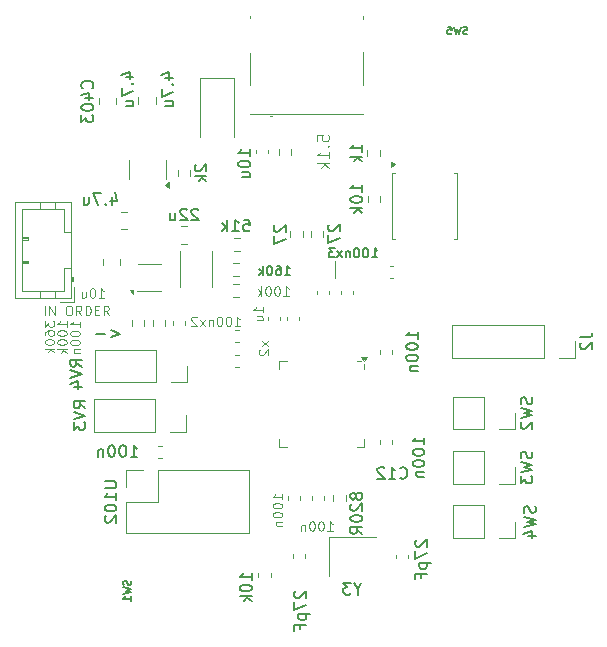
<source format=gbr>
%TF.GenerationSoftware,KiCad,Pcbnew,9.0.1*%
%TF.CreationDate,2025-11-13T19:44:27+01:00*%
%TF.ProjectId,RC thing,52432074-6869-46e6-972e-6b696361645f,rev?*%
%TF.SameCoordinates,Original*%
%TF.FileFunction,Legend,Bot*%
%TF.FilePolarity,Positive*%
%FSLAX46Y46*%
G04 Gerber Fmt 4.6, Leading zero omitted, Abs format (unit mm)*
G04 Created by KiCad (PCBNEW 9.0.1) date 2025-11-13 19:44:27*
%MOMM*%
%LPD*%
G01*
G04 APERTURE LIST*
%ADD10C,0.100000*%
%ADD11C,0.150000*%
%ADD12C,0.125000*%
%ADD13C,0.120000*%
G04 APERTURE END LIST*
D10*
X135596895Y-68730074D02*
X135063561Y-69149122D01*
X135063561Y-68730074D02*
X135596895Y-69149122D01*
X134873085Y-69415788D02*
X134834990Y-69453884D01*
X134834990Y-69453884D02*
X134796895Y-69530074D01*
X134796895Y-69530074D02*
X134796895Y-69720550D01*
X134796895Y-69720550D02*
X134834990Y-69796741D01*
X134834990Y-69796741D02*
X134873085Y-69834836D01*
X134873085Y-69834836D02*
X134949276Y-69872931D01*
X134949276Y-69872931D02*
X135025466Y-69872931D01*
X135025466Y-69872931D02*
X135139752Y-69834836D01*
X135139752Y-69834836D02*
X135596895Y-69377693D01*
X135596895Y-69377693D02*
X135596895Y-69872931D01*
X141233020Y-63380752D02*
X141233020Y-61952180D01*
D11*
X121036779Y-68063866D02*
X121798684Y-68063866D01*
X122274874Y-67778152D02*
X123036779Y-68063866D01*
X123036779Y-68063866D02*
X122274874Y-68349580D01*
D10*
X116656265Y-66521895D02*
X116656265Y-65721895D01*
X117037217Y-66521895D02*
X117037217Y-65721895D01*
X117037217Y-65721895D02*
X117494360Y-66521895D01*
X117494360Y-66521895D02*
X117494360Y-65721895D01*
X118637217Y-65721895D02*
X118789598Y-65721895D01*
X118789598Y-65721895D02*
X118865788Y-65759990D01*
X118865788Y-65759990D02*
X118941979Y-65836180D01*
X118941979Y-65836180D02*
X118980074Y-65988561D01*
X118980074Y-65988561D02*
X118980074Y-66255228D01*
X118980074Y-66255228D02*
X118941979Y-66407609D01*
X118941979Y-66407609D02*
X118865788Y-66483800D01*
X118865788Y-66483800D02*
X118789598Y-66521895D01*
X118789598Y-66521895D02*
X118637217Y-66521895D01*
X118637217Y-66521895D02*
X118561026Y-66483800D01*
X118561026Y-66483800D02*
X118484836Y-66407609D01*
X118484836Y-66407609D02*
X118446740Y-66255228D01*
X118446740Y-66255228D02*
X118446740Y-65988561D01*
X118446740Y-65988561D02*
X118484836Y-65836180D01*
X118484836Y-65836180D02*
X118561026Y-65759990D01*
X118561026Y-65759990D02*
X118637217Y-65721895D01*
X119780074Y-66521895D02*
X119513407Y-66140942D01*
X119322931Y-66521895D02*
X119322931Y-65721895D01*
X119322931Y-65721895D02*
X119627693Y-65721895D01*
X119627693Y-65721895D02*
X119703883Y-65759990D01*
X119703883Y-65759990D02*
X119741978Y-65798085D01*
X119741978Y-65798085D02*
X119780074Y-65874276D01*
X119780074Y-65874276D02*
X119780074Y-65988561D01*
X119780074Y-65988561D02*
X119741978Y-66064752D01*
X119741978Y-66064752D02*
X119703883Y-66102847D01*
X119703883Y-66102847D02*
X119627693Y-66140942D01*
X119627693Y-66140942D02*
X119322931Y-66140942D01*
X120122931Y-66521895D02*
X120122931Y-65721895D01*
X120122931Y-65721895D02*
X120313407Y-65721895D01*
X120313407Y-65721895D02*
X120427693Y-65759990D01*
X120427693Y-65759990D02*
X120503883Y-65836180D01*
X120503883Y-65836180D02*
X120541978Y-65912371D01*
X120541978Y-65912371D02*
X120580074Y-66064752D01*
X120580074Y-66064752D02*
X120580074Y-66179038D01*
X120580074Y-66179038D02*
X120541978Y-66331419D01*
X120541978Y-66331419D02*
X120503883Y-66407609D01*
X120503883Y-66407609D02*
X120427693Y-66483800D01*
X120427693Y-66483800D02*
X120313407Y-66521895D01*
X120313407Y-66521895D02*
X120122931Y-66521895D01*
X120922931Y-66102847D02*
X121189597Y-66102847D01*
X121303883Y-66521895D02*
X120922931Y-66521895D01*
X120922931Y-66521895D02*
X120922931Y-65721895D01*
X120922931Y-65721895D02*
X121303883Y-65721895D01*
X122103884Y-66521895D02*
X121837217Y-66140942D01*
X121646741Y-66521895D02*
X121646741Y-65721895D01*
X121646741Y-65721895D02*
X121951503Y-65721895D01*
X121951503Y-65721895D02*
X122027693Y-65759990D01*
X122027693Y-65759990D02*
X122065788Y-65798085D01*
X122065788Y-65798085D02*
X122103884Y-65874276D01*
X122103884Y-65874276D02*
X122103884Y-65988561D01*
X122103884Y-65988561D02*
X122065788Y-66064752D01*
X122065788Y-66064752D02*
X122027693Y-66102847D01*
X122027693Y-66102847D02*
X121951503Y-66140942D01*
X121951503Y-66140942D02*
X121646741Y-66140942D01*
D11*
X142983390Y-81727381D02*
X142935771Y-81632143D01*
X142935771Y-81632143D02*
X142888152Y-81584524D01*
X142888152Y-81584524D02*
X142792914Y-81536905D01*
X142792914Y-81536905D02*
X142745295Y-81536905D01*
X142745295Y-81536905D02*
X142650057Y-81584524D01*
X142650057Y-81584524D02*
X142602438Y-81632143D01*
X142602438Y-81632143D02*
X142554819Y-81727381D01*
X142554819Y-81727381D02*
X142554819Y-81917857D01*
X142554819Y-81917857D02*
X142602438Y-82013095D01*
X142602438Y-82013095D02*
X142650057Y-82060714D01*
X142650057Y-82060714D02*
X142745295Y-82108333D01*
X142745295Y-82108333D02*
X142792914Y-82108333D01*
X142792914Y-82108333D02*
X142888152Y-82060714D01*
X142888152Y-82060714D02*
X142935771Y-82013095D01*
X142935771Y-82013095D02*
X142983390Y-81917857D01*
X142983390Y-81917857D02*
X142983390Y-81727381D01*
X142983390Y-81727381D02*
X143031009Y-81632143D01*
X143031009Y-81632143D02*
X143078628Y-81584524D01*
X143078628Y-81584524D02*
X143173866Y-81536905D01*
X143173866Y-81536905D02*
X143364342Y-81536905D01*
X143364342Y-81536905D02*
X143459580Y-81584524D01*
X143459580Y-81584524D02*
X143507200Y-81632143D01*
X143507200Y-81632143D02*
X143554819Y-81727381D01*
X143554819Y-81727381D02*
X143554819Y-81917857D01*
X143554819Y-81917857D02*
X143507200Y-82013095D01*
X143507200Y-82013095D02*
X143459580Y-82060714D01*
X143459580Y-82060714D02*
X143364342Y-82108333D01*
X143364342Y-82108333D02*
X143173866Y-82108333D01*
X143173866Y-82108333D02*
X143078628Y-82060714D01*
X143078628Y-82060714D02*
X143031009Y-82013095D01*
X143031009Y-82013095D02*
X142983390Y-81917857D01*
X142650057Y-82489286D02*
X142602438Y-82536905D01*
X142602438Y-82536905D02*
X142554819Y-82632143D01*
X142554819Y-82632143D02*
X142554819Y-82870238D01*
X142554819Y-82870238D02*
X142602438Y-82965476D01*
X142602438Y-82965476D02*
X142650057Y-83013095D01*
X142650057Y-83013095D02*
X142745295Y-83060714D01*
X142745295Y-83060714D02*
X142840533Y-83060714D01*
X142840533Y-83060714D02*
X142983390Y-83013095D01*
X142983390Y-83013095D02*
X143554819Y-82441667D01*
X143554819Y-82441667D02*
X143554819Y-83060714D01*
X142554819Y-83679762D02*
X142554819Y-83775000D01*
X142554819Y-83775000D02*
X142602438Y-83870238D01*
X142602438Y-83870238D02*
X142650057Y-83917857D01*
X142650057Y-83917857D02*
X142745295Y-83965476D01*
X142745295Y-83965476D02*
X142935771Y-84013095D01*
X142935771Y-84013095D02*
X143173866Y-84013095D01*
X143173866Y-84013095D02*
X143364342Y-83965476D01*
X143364342Y-83965476D02*
X143459580Y-83917857D01*
X143459580Y-83917857D02*
X143507200Y-83870238D01*
X143507200Y-83870238D02*
X143554819Y-83775000D01*
X143554819Y-83775000D02*
X143554819Y-83679762D01*
X143554819Y-83679762D02*
X143507200Y-83584524D01*
X143507200Y-83584524D02*
X143459580Y-83536905D01*
X143459580Y-83536905D02*
X143364342Y-83489286D01*
X143364342Y-83489286D02*
X143173866Y-83441667D01*
X143173866Y-83441667D02*
X142935771Y-83441667D01*
X142935771Y-83441667D02*
X142745295Y-83489286D01*
X142745295Y-83489286D02*
X142650057Y-83536905D01*
X142650057Y-83536905D02*
X142602438Y-83584524D01*
X142602438Y-83584524D02*
X142554819Y-83679762D01*
X143554819Y-85013095D02*
X143078628Y-84679762D01*
X143554819Y-84441667D02*
X142554819Y-84441667D01*
X142554819Y-84441667D02*
X142554819Y-84822619D01*
X142554819Y-84822619D02*
X142602438Y-84917857D01*
X142602438Y-84917857D02*
X142650057Y-84965476D01*
X142650057Y-84965476D02*
X142745295Y-85013095D01*
X142745295Y-85013095D02*
X142888152Y-85013095D01*
X142888152Y-85013095D02*
X142983390Y-84965476D01*
X142983390Y-84965476D02*
X143031009Y-84917857D01*
X143031009Y-84917857D02*
X143078628Y-84822619D01*
X143078628Y-84822619D02*
X143078628Y-84441667D01*
D10*
X140595238Y-84764895D02*
X141052381Y-84764895D01*
X140823809Y-84764895D02*
X140823809Y-83964895D01*
X140823809Y-83964895D02*
X140900000Y-84079180D01*
X140900000Y-84079180D02*
X140976190Y-84155371D01*
X140976190Y-84155371D02*
X141052381Y-84193466D01*
X140099999Y-83964895D02*
X140023809Y-83964895D01*
X140023809Y-83964895D02*
X139947618Y-84002990D01*
X139947618Y-84002990D02*
X139909523Y-84041085D01*
X139909523Y-84041085D02*
X139871428Y-84117276D01*
X139871428Y-84117276D02*
X139833333Y-84269657D01*
X139833333Y-84269657D02*
X139833333Y-84460133D01*
X139833333Y-84460133D02*
X139871428Y-84612514D01*
X139871428Y-84612514D02*
X139909523Y-84688704D01*
X139909523Y-84688704D02*
X139947618Y-84726800D01*
X139947618Y-84726800D02*
X140023809Y-84764895D01*
X140023809Y-84764895D02*
X140099999Y-84764895D01*
X140099999Y-84764895D02*
X140176190Y-84726800D01*
X140176190Y-84726800D02*
X140214285Y-84688704D01*
X140214285Y-84688704D02*
X140252380Y-84612514D01*
X140252380Y-84612514D02*
X140290476Y-84460133D01*
X140290476Y-84460133D02*
X140290476Y-84269657D01*
X140290476Y-84269657D02*
X140252380Y-84117276D01*
X140252380Y-84117276D02*
X140214285Y-84041085D01*
X140214285Y-84041085D02*
X140176190Y-84002990D01*
X140176190Y-84002990D02*
X140099999Y-83964895D01*
X139338094Y-83964895D02*
X139261904Y-83964895D01*
X139261904Y-83964895D02*
X139185713Y-84002990D01*
X139185713Y-84002990D02*
X139147618Y-84041085D01*
X139147618Y-84041085D02*
X139109523Y-84117276D01*
X139109523Y-84117276D02*
X139071428Y-84269657D01*
X139071428Y-84269657D02*
X139071428Y-84460133D01*
X139071428Y-84460133D02*
X139109523Y-84612514D01*
X139109523Y-84612514D02*
X139147618Y-84688704D01*
X139147618Y-84688704D02*
X139185713Y-84726800D01*
X139185713Y-84726800D02*
X139261904Y-84764895D01*
X139261904Y-84764895D02*
X139338094Y-84764895D01*
X139338094Y-84764895D02*
X139414285Y-84726800D01*
X139414285Y-84726800D02*
X139452380Y-84688704D01*
X139452380Y-84688704D02*
X139490475Y-84612514D01*
X139490475Y-84612514D02*
X139528571Y-84460133D01*
X139528571Y-84460133D02*
X139528571Y-84269657D01*
X139528571Y-84269657D02*
X139490475Y-84117276D01*
X139490475Y-84117276D02*
X139452380Y-84041085D01*
X139452380Y-84041085D02*
X139414285Y-84002990D01*
X139414285Y-84002990D02*
X139338094Y-83964895D01*
X138728570Y-84231561D02*
X138728570Y-84764895D01*
X138728570Y-84307752D02*
X138690475Y-84269657D01*
X138690475Y-84269657D02*
X138614285Y-84231561D01*
X138614285Y-84231561D02*
X138499999Y-84231561D01*
X138499999Y-84231561D02*
X138423808Y-84269657D01*
X138423808Y-84269657D02*
X138385713Y-84345847D01*
X138385713Y-84345847D02*
X138385713Y-84764895D01*
D11*
X121729819Y-80578964D02*
X122539342Y-80578964D01*
X122539342Y-80578964D02*
X122634580Y-80626583D01*
X122634580Y-80626583D02*
X122682200Y-80674202D01*
X122682200Y-80674202D02*
X122729819Y-80769440D01*
X122729819Y-80769440D02*
X122729819Y-80959916D01*
X122729819Y-80959916D02*
X122682200Y-81055154D01*
X122682200Y-81055154D02*
X122634580Y-81102773D01*
X122634580Y-81102773D02*
X122539342Y-81150392D01*
X122539342Y-81150392D02*
X121729819Y-81150392D01*
X122729819Y-82150392D02*
X122729819Y-81578964D01*
X122729819Y-81864678D02*
X121729819Y-81864678D01*
X121729819Y-81864678D02*
X121872676Y-81769440D01*
X121872676Y-81769440D02*
X121967914Y-81674202D01*
X121967914Y-81674202D02*
X122015533Y-81578964D01*
X121729819Y-82769440D02*
X121729819Y-82864678D01*
X121729819Y-82864678D02*
X121777438Y-82959916D01*
X121777438Y-82959916D02*
X121825057Y-83007535D01*
X121825057Y-83007535D02*
X121920295Y-83055154D01*
X121920295Y-83055154D02*
X122110771Y-83102773D01*
X122110771Y-83102773D02*
X122348866Y-83102773D01*
X122348866Y-83102773D02*
X122539342Y-83055154D01*
X122539342Y-83055154D02*
X122634580Y-83007535D01*
X122634580Y-83007535D02*
X122682200Y-82959916D01*
X122682200Y-82959916D02*
X122729819Y-82864678D01*
X122729819Y-82864678D02*
X122729819Y-82769440D01*
X122729819Y-82769440D02*
X122682200Y-82674202D01*
X122682200Y-82674202D02*
X122634580Y-82626583D01*
X122634580Y-82626583D02*
X122539342Y-82578964D01*
X122539342Y-82578964D02*
X122348866Y-82531345D01*
X122348866Y-82531345D02*
X122110771Y-82531345D01*
X122110771Y-82531345D02*
X121920295Y-82578964D01*
X121920295Y-82578964D02*
X121825057Y-82626583D01*
X121825057Y-82626583D02*
X121777438Y-82674202D01*
X121777438Y-82674202D02*
X121729819Y-82769440D01*
X121825057Y-83483726D02*
X121777438Y-83531345D01*
X121777438Y-83531345D02*
X121729819Y-83626583D01*
X121729819Y-83626583D02*
X121729819Y-83864678D01*
X121729819Y-83864678D02*
X121777438Y-83959916D01*
X121777438Y-83959916D02*
X121825057Y-84007535D01*
X121825057Y-84007535D02*
X121920295Y-84055154D01*
X121920295Y-84055154D02*
X122015533Y-84055154D01*
X122015533Y-84055154D02*
X122158390Y-84007535D01*
X122158390Y-84007535D02*
X122729819Y-83436107D01*
X122729819Y-83436107D02*
X122729819Y-84055154D01*
X157912200Y-73466667D02*
X157959819Y-73609524D01*
X157959819Y-73609524D02*
X157959819Y-73847619D01*
X157959819Y-73847619D02*
X157912200Y-73942857D01*
X157912200Y-73942857D02*
X157864580Y-73990476D01*
X157864580Y-73990476D02*
X157769342Y-74038095D01*
X157769342Y-74038095D02*
X157674104Y-74038095D01*
X157674104Y-74038095D02*
X157578866Y-73990476D01*
X157578866Y-73990476D02*
X157531247Y-73942857D01*
X157531247Y-73942857D02*
X157483628Y-73847619D01*
X157483628Y-73847619D02*
X157436009Y-73657143D01*
X157436009Y-73657143D02*
X157388390Y-73561905D01*
X157388390Y-73561905D02*
X157340771Y-73514286D01*
X157340771Y-73514286D02*
X157245533Y-73466667D01*
X157245533Y-73466667D02*
X157150295Y-73466667D01*
X157150295Y-73466667D02*
X157055057Y-73514286D01*
X157055057Y-73514286D02*
X157007438Y-73561905D01*
X157007438Y-73561905D02*
X156959819Y-73657143D01*
X156959819Y-73657143D02*
X156959819Y-73895238D01*
X156959819Y-73895238D02*
X157007438Y-74038095D01*
X156959819Y-74371429D02*
X157959819Y-74609524D01*
X157959819Y-74609524D02*
X157245533Y-74800000D01*
X157245533Y-74800000D02*
X157959819Y-74990476D01*
X157959819Y-74990476D02*
X156959819Y-75228572D01*
X157055057Y-75561905D02*
X157007438Y-75609524D01*
X157007438Y-75609524D02*
X156959819Y-75704762D01*
X156959819Y-75704762D02*
X156959819Y-75942857D01*
X156959819Y-75942857D02*
X157007438Y-76038095D01*
X157007438Y-76038095D02*
X157055057Y-76085714D01*
X157055057Y-76085714D02*
X157150295Y-76133333D01*
X157150295Y-76133333D02*
X157245533Y-76133333D01*
X157245533Y-76133333D02*
X157388390Y-76085714D01*
X157388390Y-76085714D02*
X157959819Y-75514286D01*
X157959819Y-75514286D02*
X157959819Y-76133333D01*
D10*
X136882143Y-64839895D02*
X137339286Y-64839895D01*
X137110714Y-64839895D02*
X137110714Y-64039895D01*
X137110714Y-64039895D02*
X137186905Y-64154180D01*
X137186905Y-64154180D02*
X137263095Y-64230371D01*
X137263095Y-64230371D02*
X137339286Y-64268466D01*
X136386904Y-64039895D02*
X136310714Y-64039895D01*
X136310714Y-64039895D02*
X136234523Y-64077990D01*
X136234523Y-64077990D02*
X136196428Y-64116085D01*
X136196428Y-64116085D02*
X136158333Y-64192276D01*
X136158333Y-64192276D02*
X136120238Y-64344657D01*
X136120238Y-64344657D02*
X136120238Y-64535133D01*
X136120238Y-64535133D02*
X136158333Y-64687514D01*
X136158333Y-64687514D02*
X136196428Y-64763704D01*
X136196428Y-64763704D02*
X136234523Y-64801800D01*
X136234523Y-64801800D02*
X136310714Y-64839895D01*
X136310714Y-64839895D02*
X136386904Y-64839895D01*
X136386904Y-64839895D02*
X136463095Y-64801800D01*
X136463095Y-64801800D02*
X136501190Y-64763704D01*
X136501190Y-64763704D02*
X136539285Y-64687514D01*
X136539285Y-64687514D02*
X136577381Y-64535133D01*
X136577381Y-64535133D02*
X136577381Y-64344657D01*
X136577381Y-64344657D02*
X136539285Y-64192276D01*
X136539285Y-64192276D02*
X136501190Y-64116085D01*
X136501190Y-64116085D02*
X136463095Y-64077990D01*
X136463095Y-64077990D02*
X136386904Y-64039895D01*
X135624999Y-64039895D02*
X135548809Y-64039895D01*
X135548809Y-64039895D02*
X135472618Y-64077990D01*
X135472618Y-64077990D02*
X135434523Y-64116085D01*
X135434523Y-64116085D02*
X135396428Y-64192276D01*
X135396428Y-64192276D02*
X135358333Y-64344657D01*
X135358333Y-64344657D02*
X135358333Y-64535133D01*
X135358333Y-64535133D02*
X135396428Y-64687514D01*
X135396428Y-64687514D02*
X135434523Y-64763704D01*
X135434523Y-64763704D02*
X135472618Y-64801800D01*
X135472618Y-64801800D02*
X135548809Y-64839895D01*
X135548809Y-64839895D02*
X135624999Y-64839895D01*
X135624999Y-64839895D02*
X135701190Y-64801800D01*
X135701190Y-64801800D02*
X135739285Y-64763704D01*
X135739285Y-64763704D02*
X135777380Y-64687514D01*
X135777380Y-64687514D02*
X135815476Y-64535133D01*
X135815476Y-64535133D02*
X135815476Y-64344657D01*
X135815476Y-64344657D02*
X135777380Y-64192276D01*
X135777380Y-64192276D02*
X135739285Y-64116085D01*
X135739285Y-64116085D02*
X135701190Y-64077990D01*
X135701190Y-64077990D02*
X135624999Y-64039895D01*
X135015475Y-64839895D02*
X135015475Y-64039895D01*
X134939285Y-64535133D02*
X134710713Y-64839895D01*
X134710713Y-64306561D02*
X135015475Y-64611323D01*
D11*
X162014819Y-68391666D02*
X162729104Y-68391666D01*
X162729104Y-68391666D02*
X162871961Y-68344047D01*
X162871961Y-68344047D02*
X162967200Y-68248809D01*
X162967200Y-68248809D02*
X163014819Y-68105952D01*
X163014819Y-68105952D02*
X163014819Y-68010714D01*
X162110057Y-68820238D02*
X162062438Y-68867857D01*
X162062438Y-68867857D02*
X162014819Y-68963095D01*
X162014819Y-68963095D02*
X162014819Y-69201190D01*
X162014819Y-69201190D02*
X162062438Y-69296428D01*
X162062438Y-69296428D02*
X162110057Y-69344047D01*
X162110057Y-69344047D02*
X162205295Y-69391666D01*
X162205295Y-69391666D02*
X162300533Y-69391666D01*
X162300533Y-69391666D02*
X162443390Y-69344047D01*
X162443390Y-69344047D02*
X163014819Y-68772619D01*
X163014819Y-68772619D02*
X163014819Y-69391666D01*
D10*
X135139895Y-66266666D02*
X135139895Y-65809523D01*
X135139895Y-66038095D02*
X134339895Y-66038095D01*
X134339895Y-66038095D02*
X134454180Y-65961904D01*
X134454180Y-65961904D02*
X134530371Y-65885714D01*
X134530371Y-65885714D02*
X134568466Y-65809523D01*
X134606561Y-66952381D02*
X135139895Y-66952381D01*
X134606561Y-66609524D02*
X135025609Y-66609524D01*
X135025609Y-66609524D02*
X135101800Y-66647619D01*
X135101800Y-66647619D02*
X135139895Y-66723809D01*
X135139895Y-66723809D02*
X135139895Y-66838095D01*
X135139895Y-66838095D02*
X135101800Y-66914286D01*
X135101800Y-66914286D02*
X135063704Y-66952381D01*
D11*
X122351190Y-56488152D02*
X122351190Y-57154819D01*
X122589285Y-56107200D02*
X122827380Y-56821485D01*
X122827380Y-56821485D02*
X122208333Y-56821485D01*
X121827380Y-57059580D02*
X121779761Y-57107200D01*
X121779761Y-57107200D02*
X121827380Y-57154819D01*
X121827380Y-57154819D02*
X121874999Y-57107200D01*
X121874999Y-57107200D02*
X121827380Y-57059580D01*
X121827380Y-57059580D02*
X121827380Y-57154819D01*
X121446428Y-56154819D02*
X120779762Y-56154819D01*
X120779762Y-56154819D02*
X121208333Y-57154819D01*
X119970238Y-56488152D02*
X119970238Y-57154819D01*
X120398809Y-56488152D02*
X120398809Y-57011961D01*
X120398809Y-57011961D02*
X120351190Y-57107200D01*
X120351190Y-57107200D02*
X120255952Y-57154819D01*
X120255952Y-57154819D02*
X120113095Y-57154819D01*
X120113095Y-57154819D02*
X120017857Y-57107200D01*
X120017857Y-57107200D02*
X119970238Y-57059580D01*
X148254819Y-68500952D02*
X148254819Y-67929524D01*
X148254819Y-68215238D02*
X147254819Y-68215238D01*
X147254819Y-68215238D02*
X147397676Y-68120000D01*
X147397676Y-68120000D02*
X147492914Y-68024762D01*
X147492914Y-68024762D02*
X147540533Y-67929524D01*
X147254819Y-69120000D02*
X147254819Y-69215238D01*
X147254819Y-69215238D02*
X147302438Y-69310476D01*
X147302438Y-69310476D02*
X147350057Y-69358095D01*
X147350057Y-69358095D02*
X147445295Y-69405714D01*
X147445295Y-69405714D02*
X147635771Y-69453333D01*
X147635771Y-69453333D02*
X147873866Y-69453333D01*
X147873866Y-69453333D02*
X148064342Y-69405714D01*
X148064342Y-69405714D02*
X148159580Y-69358095D01*
X148159580Y-69358095D02*
X148207200Y-69310476D01*
X148207200Y-69310476D02*
X148254819Y-69215238D01*
X148254819Y-69215238D02*
X148254819Y-69120000D01*
X148254819Y-69120000D02*
X148207200Y-69024762D01*
X148207200Y-69024762D02*
X148159580Y-68977143D01*
X148159580Y-68977143D02*
X148064342Y-68929524D01*
X148064342Y-68929524D02*
X147873866Y-68881905D01*
X147873866Y-68881905D02*
X147635771Y-68881905D01*
X147635771Y-68881905D02*
X147445295Y-68929524D01*
X147445295Y-68929524D02*
X147350057Y-68977143D01*
X147350057Y-68977143D02*
X147302438Y-69024762D01*
X147302438Y-69024762D02*
X147254819Y-69120000D01*
X147254819Y-70072381D02*
X147254819Y-70167619D01*
X147254819Y-70167619D02*
X147302438Y-70262857D01*
X147302438Y-70262857D02*
X147350057Y-70310476D01*
X147350057Y-70310476D02*
X147445295Y-70358095D01*
X147445295Y-70358095D02*
X147635771Y-70405714D01*
X147635771Y-70405714D02*
X147873866Y-70405714D01*
X147873866Y-70405714D02*
X148064342Y-70358095D01*
X148064342Y-70358095D02*
X148159580Y-70310476D01*
X148159580Y-70310476D02*
X148207200Y-70262857D01*
X148207200Y-70262857D02*
X148254819Y-70167619D01*
X148254819Y-70167619D02*
X148254819Y-70072381D01*
X148254819Y-70072381D02*
X148207200Y-69977143D01*
X148207200Y-69977143D02*
X148159580Y-69929524D01*
X148159580Y-69929524D02*
X148064342Y-69881905D01*
X148064342Y-69881905D02*
X147873866Y-69834286D01*
X147873866Y-69834286D02*
X147635771Y-69834286D01*
X147635771Y-69834286D02*
X147445295Y-69881905D01*
X147445295Y-69881905D02*
X147350057Y-69929524D01*
X147350057Y-69929524D02*
X147302438Y-69977143D01*
X147302438Y-69977143D02*
X147254819Y-70072381D01*
X147588152Y-70834286D02*
X148254819Y-70834286D01*
X147683390Y-70834286D02*
X147635771Y-70881905D01*
X147635771Y-70881905D02*
X147588152Y-70977143D01*
X147588152Y-70977143D02*
X147588152Y-71120000D01*
X147588152Y-71120000D02*
X147635771Y-71215238D01*
X147635771Y-71215238D02*
X147731009Y-71262857D01*
X147731009Y-71262857D02*
X148254819Y-71262857D01*
D10*
X119639895Y-67504761D02*
X119639895Y-67047618D01*
X119639895Y-67276190D02*
X118839895Y-67276190D01*
X118839895Y-67276190D02*
X118954180Y-67199999D01*
X118954180Y-67199999D02*
X119030371Y-67123809D01*
X119030371Y-67123809D02*
X119068466Y-67047618D01*
X118839895Y-68000000D02*
X118839895Y-68076190D01*
X118839895Y-68076190D02*
X118877990Y-68152381D01*
X118877990Y-68152381D02*
X118916085Y-68190476D01*
X118916085Y-68190476D02*
X118992276Y-68228571D01*
X118992276Y-68228571D02*
X119144657Y-68266666D01*
X119144657Y-68266666D02*
X119335133Y-68266666D01*
X119335133Y-68266666D02*
X119487514Y-68228571D01*
X119487514Y-68228571D02*
X119563704Y-68190476D01*
X119563704Y-68190476D02*
X119601800Y-68152381D01*
X119601800Y-68152381D02*
X119639895Y-68076190D01*
X119639895Y-68076190D02*
X119639895Y-68000000D01*
X119639895Y-68000000D02*
X119601800Y-67923809D01*
X119601800Y-67923809D02*
X119563704Y-67885714D01*
X119563704Y-67885714D02*
X119487514Y-67847619D01*
X119487514Y-67847619D02*
X119335133Y-67809523D01*
X119335133Y-67809523D02*
X119144657Y-67809523D01*
X119144657Y-67809523D02*
X118992276Y-67847619D01*
X118992276Y-67847619D02*
X118916085Y-67885714D01*
X118916085Y-67885714D02*
X118877990Y-67923809D01*
X118877990Y-67923809D02*
X118839895Y-68000000D01*
X118839895Y-68761905D02*
X118839895Y-68838095D01*
X118839895Y-68838095D02*
X118877990Y-68914286D01*
X118877990Y-68914286D02*
X118916085Y-68952381D01*
X118916085Y-68952381D02*
X118992276Y-68990476D01*
X118992276Y-68990476D02*
X119144657Y-69028571D01*
X119144657Y-69028571D02*
X119335133Y-69028571D01*
X119335133Y-69028571D02*
X119487514Y-68990476D01*
X119487514Y-68990476D02*
X119563704Y-68952381D01*
X119563704Y-68952381D02*
X119601800Y-68914286D01*
X119601800Y-68914286D02*
X119639895Y-68838095D01*
X119639895Y-68838095D02*
X119639895Y-68761905D01*
X119639895Y-68761905D02*
X119601800Y-68685714D01*
X119601800Y-68685714D02*
X119563704Y-68647619D01*
X119563704Y-68647619D02*
X119487514Y-68609524D01*
X119487514Y-68609524D02*
X119335133Y-68571428D01*
X119335133Y-68571428D02*
X119144657Y-68571428D01*
X119144657Y-68571428D02*
X118992276Y-68609524D01*
X118992276Y-68609524D02*
X118916085Y-68647619D01*
X118916085Y-68647619D02*
X118877990Y-68685714D01*
X118877990Y-68685714D02*
X118839895Y-68761905D01*
X119106561Y-69371429D02*
X119639895Y-69371429D01*
X119182752Y-69371429D02*
X119144657Y-69409524D01*
X119144657Y-69409524D02*
X119106561Y-69485714D01*
X119106561Y-69485714D02*
X119106561Y-69600000D01*
X119106561Y-69600000D02*
X119144657Y-69676191D01*
X119144657Y-69676191D02*
X119220847Y-69714286D01*
X119220847Y-69714286D02*
X119639895Y-69714286D01*
D11*
X120104819Y-74379761D02*
X119628628Y-74046428D01*
X120104819Y-73808333D02*
X119104819Y-73808333D01*
X119104819Y-73808333D02*
X119104819Y-74189285D01*
X119104819Y-74189285D02*
X119152438Y-74284523D01*
X119152438Y-74284523D02*
X119200057Y-74332142D01*
X119200057Y-74332142D02*
X119295295Y-74379761D01*
X119295295Y-74379761D02*
X119438152Y-74379761D01*
X119438152Y-74379761D02*
X119533390Y-74332142D01*
X119533390Y-74332142D02*
X119581009Y-74284523D01*
X119581009Y-74284523D02*
X119628628Y-74189285D01*
X119628628Y-74189285D02*
X119628628Y-73808333D01*
X119104819Y-74665476D02*
X120104819Y-74998809D01*
X120104819Y-74998809D02*
X119104819Y-75332142D01*
X119104819Y-75570238D02*
X119104819Y-76189285D01*
X119104819Y-76189285D02*
X119485771Y-75855952D01*
X119485771Y-75855952D02*
X119485771Y-75998809D01*
X119485771Y-75998809D02*
X119533390Y-76094047D01*
X119533390Y-76094047D02*
X119581009Y-76141666D01*
X119581009Y-76141666D02*
X119676247Y-76189285D01*
X119676247Y-76189285D02*
X119914342Y-76189285D01*
X119914342Y-76189285D02*
X120009580Y-76141666D01*
X120009580Y-76141666D02*
X120057200Y-76094047D01*
X120057200Y-76094047D02*
X120104819Y-75998809D01*
X120104819Y-75998809D02*
X120104819Y-75713095D01*
X120104819Y-75713095D02*
X120057200Y-75617857D01*
X120057200Y-75617857D02*
X120009580Y-75570238D01*
X133517857Y-58404819D02*
X133994047Y-58404819D01*
X133994047Y-58404819D02*
X134041666Y-58881009D01*
X134041666Y-58881009D02*
X133994047Y-58833390D01*
X133994047Y-58833390D02*
X133898809Y-58785771D01*
X133898809Y-58785771D02*
X133660714Y-58785771D01*
X133660714Y-58785771D02*
X133565476Y-58833390D01*
X133565476Y-58833390D02*
X133517857Y-58881009D01*
X133517857Y-58881009D02*
X133470238Y-58976247D01*
X133470238Y-58976247D02*
X133470238Y-59214342D01*
X133470238Y-59214342D02*
X133517857Y-59309580D01*
X133517857Y-59309580D02*
X133565476Y-59357200D01*
X133565476Y-59357200D02*
X133660714Y-59404819D01*
X133660714Y-59404819D02*
X133898809Y-59404819D01*
X133898809Y-59404819D02*
X133994047Y-59357200D01*
X133994047Y-59357200D02*
X134041666Y-59309580D01*
X132517857Y-59404819D02*
X133089285Y-59404819D01*
X132803571Y-59404819D02*
X132803571Y-58404819D01*
X132803571Y-58404819D02*
X132898809Y-58547676D01*
X132898809Y-58547676D02*
X132994047Y-58642914D01*
X132994047Y-58642914D02*
X133089285Y-58690533D01*
X132089285Y-59404819D02*
X132089285Y-58404819D01*
X131994047Y-59023866D02*
X131708333Y-59404819D01*
X131708333Y-58738152D02*
X132089285Y-59119104D01*
X143524819Y-52655952D02*
X143524819Y-52084524D01*
X143524819Y-52370238D02*
X142524819Y-52370238D01*
X142524819Y-52370238D02*
X142667676Y-52275000D01*
X142667676Y-52275000D02*
X142762914Y-52179762D01*
X142762914Y-52179762D02*
X142810533Y-52084524D01*
X143524819Y-53084524D02*
X142524819Y-53084524D01*
X143143866Y-53179762D02*
X143524819Y-53465476D01*
X142858152Y-53465476D02*
X143239104Y-53084524D01*
X157912200Y-78056667D02*
X157959819Y-78199524D01*
X157959819Y-78199524D02*
X157959819Y-78437619D01*
X157959819Y-78437619D02*
X157912200Y-78532857D01*
X157912200Y-78532857D02*
X157864580Y-78580476D01*
X157864580Y-78580476D02*
X157769342Y-78628095D01*
X157769342Y-78628095D02*
X157674104Y-78628095D01*
X157674104Y-78628095D02*
X157578866Y-78580476D01*
X157578866Y-78580476D02*
X157531247Y-78532857D01*
X157531247Y-78532857D02*
X157483628Y-78437619D01*
X157483628Y-78437619D02*
X157436009Y-78247143D01*
X157436009Y-78247143D02*
X157388390Y-78151905D01*
X157388390Y-78151905D02*
X157340771Y-78104286D01*
X157340771Y-78104286D02*
X157245533Y-78056667D01*
X157245533Y-78056667D02*
X157150295Y-78056667D01*
X157150295Y-78056667D02*
X157055057Y-78104286D01*
X157055057Y-78104286D02*
X157007438Y-78151905D01*
X157007438Y-78151905D02*
X156959819Y-78247143D01*
X156959819Y-78247143D02*
X156959819Y-78485238D01*
X156959819Y-78485238D02*
X157007438Y-78628095D01*
X156959819Y-78961429D02*
X157959819Y-79199524D01*
X157959819Y-79199524D02*
X157245533Y-79390000D01*
X157245533Y-79390000D02*
X157959819Y-79580476D01*
X157959819Y-79580476D02*
X156959819Y-79818572D01*
X156959819Y-80104286D02*
X156959819Y-80723333D01*
X156959819Y-80723333D02*
X157340771Y-80390000D01*
X157340771Y-80390000D02*
X157340771Y-80532857D01*
X157340771Y-80532857D02*
X157388390Y-80628095D01*
X157388390Y-80628095D02*
X157436009Y-80675714D01*
X157436009Y-80675714D02*
X157531247Y-80723333D01*
X157531247Y-80723333D02*
X157769342Y-80723333D01*
X157769342Y-80723333D02*
X157864580Y-80675714D01*
X157864580Y-80675714D02*
X157912200Y-80628095D01*
X157912200Y-80628095D02*
X157959819Y-80532857D01*
X157959819Y-80532857D02*
X157959819Y-80247143D01*
X157959819Y-80247143D02*
X157912200Y-80151905D01*
X157912200Y-80151905D02*
X157864580Y-80104286D01*
X120679580Y-47280952D02*
X120727200Y-47233333D01*
X120727200Y-47233333D02*
X120774819Y-47090476D01*
X120774819Y-47090476D02*
X120774819Y-46995238D01*
X120774819Y-46995238D02*
X120727200Y-46852381D01*
X120727200Y-46852381D02*
X120631961Y-46757143D01*
X120631961Y-46757143D02*
X120536723Y-46709524D01*
X120536723Y-46709524D02*
X120346247Y-46661905D01*
X120346247Y-46661905D02*
X120203390Y-46661905D01*
X120203390Y-46661905D02*
X120012914Y-46709524D01*
X120012914Y-46709524D02*
X119917676Y-46757143D01*
X119917676Y-46757143D02*
X119822438Y-46852381D01*
X119822438Y-46852381D02*
X119774819Y-46995238D01*
X119774819Y-46995238D02*
X119774819Y-47090476D01*
X119774819Y-47090476D02*
X119822438Y-47233333D01*
X119822438Y-47233333D02*
X119870057Y-47280952D01*
X120108152Y-48138095D02*
X120774819Y-48138095D01*
X119727200Y-47900000D02*
X120441485Y-47661905D01*
X120441485Y-47661905D02*
X120441485Y-48280952D01*
X119774819Y-48852381D02*
X119774819Y-48947619D01*
X119774819Y-48947619D02*
X119822438Y-49042857D01*
X119822438Y-49042857D02*
X119870057Y-49090476D01*
X119870057Y-49090476D02*
X119965295Y-49138095D01*
X119965295Y-49138095D02*
X120155771Y-49185714D01*
X120155771Y-49185714D02*
X120393866Y-49185714D01*
X120393866Y-49185714D02*
X120584342Y-49138095D01*
X120584342Y-49138095D02*
X120679580Y-49090476D01*
X120679580Y-49090476D02*
X120727200Y-49042857D01*
X120727200Y-49042857D02*
X120774819Y-48947619D01*
X120774819Y-48947619D02*
X120774819Y-48852381D01*
X120774819Y-48852381D02*
X120727200Y-48757143D01*
X120727200Y-48757143D02*
X120679580Y-48709524D01*
X120679580Y-48709524D02*
X120584342Y-48661905D01*
X120584342Y-48661905D02*
X120393866Y-48614286D01*
X120393866Y-48614286D02*
X120155771Y-48614286D01*
X120155771Y-48614286D02*
X119965295Y-48661905D01*
X119965295Y-48661905D02*
X119870057Y-48709524D01*
X119870057Y-48709524D02*
X119822438Y-48757143D01*
X119822438Y-48757143D02*
X119774819Y-48852381D01*
X119774819Y-49519048D02*
X119774819Y-50138095D01*
X119774819Y-50138095D02*
X120155771Y-49804762D01*
X120155771Y-49804762D02*
X120155771Y-49947619D01*
X120155771Y-49947619D02*
X120203390Y-50042857D01*
X120203390Y-50042857D02*
X120251009Y-50090476D01*
X120251009Y-50090476D02*
X120346247Y-50138095D01*
X120346247Y-50138095D02*
X120584342Y-50138095D01*
X120584342Y-50138095D02*
X120679580Y-50090476D01*
X120679580Y-50090476D02*
X120727200Y-50042857D01*
X120727200Y-50042857D02*
X120774819Y-49947619D01*
X120774819Y-49947619D02*
X120774819Y-49661905D01*
X120774819Y-49661905D02*
X120727200Y-49566667D01*
X120727200Y-49566667D02*
X120679580Y-49519048D01*
X123513152Y-46373809D02*
X124179819Y-46373809D01*
X123132200Y-46135714D02*
X123846485Y-45897619D01*
X123846485Y-45897619D02*
X123846485Y-46516666D01*
X124084580Y-46897619D02*
X124132200Y-46945238D01*
X124132200Y-46945238D02*
X124179819Y-46897619D01*
X124179819Y-46897619D02*
X124132200Y-46850000D01*
X124132200Y-46850000D02*
X124084580Y-46897619D01*
X124084580Y-46897619D02*
X124179819Y-46897619D01*
X123179819Y-47278571D02*
X123179819Y-47945237D01*
X123179819Y-47945237D02*
X124179819Y-47516666D01*
X123513152Y-48754761D02*
X124179819Y-48754761D01*
X123513152Y-48326190D02*
X124036961Y-48326190D01*
X124036961Y-48326190D02*
X124132200Y-48373809D01*
X124132200Y-48373809D02*
X124179819Y-48469047D01*
X124179819Y-48469047D02*
X124179819Y-48611904D01*
X124179819Y-48611904D02*
X124132200Y-48707142D01*
X124132200Y-48707142D02*
X124084580Y-48754761D01*
X123933125Y-88970623D02*
X123963638Y-89062164D01*
X123963638Y-89062164D02*
X123963638Y-89214731D01*
X123963638Y-89214731D02*
X123933125Y-89275758D01*
X123933125Y-89275758D02*
X123902611Y-89306271D01*
X123902611Y-89306271D02*
X123841584Y-89336784D01*
X123841584Y-89336784D02*
X123780557Y-89336784D01*
X123780557Y-89336784D02*
X123719531Y-89306271D01*
X123719531Y-89306271D02*
X123689017Y-89275758D01*
X123689017Y-89275758D02*
X123658504Y-89214731D01*
X123658504Y-89214731D02*
X123627990Y-89092677D01*
X123627990Y-89092677D02*
X123597477Y-89031650D01*
X123597477Y-89031650D02*
X123566963Y-89001137D01*
X123566963Y-89001137D02*
X123505937Y-88970623D01*
X123505937Y-88970623D02*
X123444910Y-88970623D01*
X123444910Y-88970623D02*
X123383883Y-89001137D01*
X123383883Y-89001137D02*
X123353369Y-89031650D01*
X123353369Y-89031650D02*
X123322856Y-89092677D01*
X123322856Y-89092677D02*
X123322856Y-89245244D01*
X123322856Y-89245244D02*
X123353369Y-89336784D01*
X123322856Y-89550379D02*
X123963638Y-89702946D01*
X123963638Y-89702946D02*
X123505937Y-89825000D01*
X123505937Y-89825000D02*
X123963638Y-89947053D01*
X123963638Y-89947053D02*
X123322856Y-90099621D01*
X123963638Y-90679375D02*
X123963638Y-90313214D01*
X123963638Y-90496295D02*
X123322856Y-90496295D01*
X123322856Y-90496295D02*
X123414396Y-90435268D01*
X123414396Y-90435268D02*
X123475423Y-90374241D01*
X123475423Y-90374241D02*
X123505937Y-90313214D01*
X152449784Y-42671338D02*
X152358244Y-42701851D01*
X152358244Y-42701851D02*
X152205676Y-42701851D01*
X152205676Y-42701851D02*
X152144650Y-42671338D01*
X152144650Y-42671338D02*
X152114136Y-42640824D01*
X152114136Y-42640824D02*
X152083623Y-42579797D01*
X152083623Y-42579797D02*
X152083623Y-42518770D01*
X152083623Y-42518770D02*
X152114136Y-42457744D01*
X152114136Y-42457744D02*
X152144650Y-42427230D01*
X152144650Y-42427230D02*
X152205676Y-42396717D01*
X152205676Y-42396717D02*
X152327730Y-42366203D01*
X152327730Y-42366203D02*
X152388757Y-42335690D01*
X152388757Y-42335690D02*
X152419270Y-42305176D01*
X152419270Y-42305176D02*
X152449784Y-42244150D01*
X152449784Y-42244150D02*
X152449784Y-42183123D01*
X152449784Y-42183123D02*
X152419270Y-42122096D01*
X152419270Y-42122096D02*
X152388757Y-42091582D01*
X152388757Y-42091582D02*
X152327730Y-42061069D01*
X152327730Y-42061069D02*
X152175163Y-42061069D01*
X152175163Y-42061069D02*
X152083623Y-42091582D01*
X151870028Y-42061069D02*
X151717461Y-42701851D01*
X151717461Y-42701851D02*
X151595407Y-42244150D01*
X151595407Y-42244150D02*
X151473354Y-42701851D01*
X151473354Y-42701851D02*
X151320787Y-42061069D01*
X150771545Y-42061069D02*
X151076679Y-42061069D01*
X151076679Y-42061069D02*
X151107193Y-42366203D01*
X151107193Y-42366203D02*
X151076679Y-42335690D01*
X151076679Y-42335690D02*
X151015653Y-42305176D01*
X151015653Y-42305176D02*
X150863085Y-42305176D01*
X150863085Y-42305176D02*
X150802059Y-42335690D01*
X150802059Y-42335690D02*
X150771545Y-42366203D01*
X150771545Y-42366203D02*
X150741032Y-42427230D01*
X150741032Y-42427230D02*
X150741032Y-42579797D01*
X150741032Y-42579797D02*
X150771545Y-42640824D01*
X150771545Y-42640824D02*
X150802059Y-42671338D01*
X150802059Y-42671338D02*
X150863085Y-42701851D01*
X150863085Y-42701851D02*
X151015653Y-42701851D01*
X151015653Y-42701851D02*
X151076679Y-42671338D01*
X151076679Y-42671338D02*
X151107193Y-42640824D01*
X134054819Y-53032142D02*
X134054819Y-52460714D01*
X134054819Y-52746428D02*
X133054819Y-52746428D01*
X133054819Y-52746428D02*
X133197676Y-52651190D01*
X133197676Y-52651190D02*
X133292914Y-52555952D01*
X133292914Y-52555952D02*
X133340533Y-52460714D01*
X133054819Y-53651190D02*
X133054819Y-53746428D01*
X133054819Y-53746428D02*
X133102438Y-53841666D01*
X133102438Y-53841666D02*
X133150057Y-53889285D01*
X133150057Y-53889285D02*
X133245295Y-53936904D01*
X133245295Y-53936904D02*
X133435771Y-53984523D01*
X133435771Y-53984523D02*
X133673866Y-53984523D01*
X133673866Y-53984523D02*
X133864342Y-53936904D01*
X133864342Y-53936904D02*
X133959580Y-53889285D01*
X133959580Y-53889285D02*
X134007200Y-53841666D01*
X134007200Y-53841666D02*
X134054819Y-53746428D01*
X134054819Y-53746428D02*
X134054819Y-53651190D01*
X134054819Y-53651190D02*
X134007200Y-53555952D01*
X134007200Y-53555952D02*
X133959580Y-53508333D01*
X133959580Y-53508333D02*
X133864342Y-53460714D01*
X133864342Y-53460714D02*
X133673866Y-53413095D01*
X133673866Y-53413095D02*
X133435771Y-53413095D01*
X133435771Y-53413095D02*
X133245295Y-53460714D01*
X133245295Y-53460714D02*
X133150057Y-53508333D01*
X133150057Y-53508333D02*
X133102438Y-53555952D01*
X133102438Y-53555952D02*
X133054819Y-53651190D01*
X133388152Y-54841666D02*
X134054819Y-54841666D01*
X133388152Y-54413095D02*
X133911961Y-54413095D01*
X133911961Y-54413095D02*
X134007200Y-54460714D01*
X134007200Y-54460714D02*
X134054819Y-54555952D01*
X134054819Y-54555952D02*
X134054819Y-54698809D01*
X134054819Y-54698809D02*
X134007200Y-54794047D01*
X134007200Y-54794047D02*
X133959580Y-54841666D01*
X129662810Y-57575057D02*
X129615191Y-57527438D01*
X129615191Y-57527438D02*
X129519953Y-57479819D01*
X129519953Y-57479819D02*
X129281858Y-57479819D01*
X129281858Y-57479819D02*
X129186620Y-57527438D01*
X129186620Y-57527438D02*
X129139001Y-57575057D01*
X129139001Y-57575057D02*
X129091382Y-57670295D01*
X129091382Y-57670295D02*
X129091382Y-57765533D01*
X129091382Y-57765533D02*
X129139001Y-57908390D01*
X129139001Y-57908390D02*
X129710429Y-58479819D01*
X129710429Y-58479819D02*
X129091382Y-58479819D01*
X128710429Y-57575057D02*
X128662810Y-57527438D01*
X128662810Y-57527438D02*
X128567572Y-57479819D01*
X128567572Y-57479819D02*
X128329477Y-57479819D01*
X128329477Y-57479819D02*
X128234239Y-57527438D01*
X128234239Y-57527438D02*
X128186620Y-57575057D01*
X128186620Y-57575057D02*
X128139001Y-57670295D01*
X128139001Y-57670295D02*
X128139001Y-57765533D01*
X128139001Y-57765533D02*
X128186620Y-57908390D01*
X128186620Y-57908390D02*
X128758048Y-58479819D01*
X128758048Y-58479819D02*
X128139001Y-58479819D01*
X127281858Y-57813152D02*
X127281858Y-58479819D01*
X127710429Y-57813152D02*
X127710429Y-58336961D01*
X127710429Y-58336961D02*
X127662810Y-58432200D01*
X127662810Y-58432200D02*
X127567572Y-58479819D01*
X127567572Y-58479819D02*
X127424715Y-58479819D01*
X127424715Y-58479819D02*
X127329477Y-58432200D01*
X127329477Y-58432200D02*
X127281858Y-58384580D01*
D10*
X118539895Y-67492856D02*
X118539895Y-67035713D01*
X118539895Y-67264285D02*
X117739895Y-67264285D01*
X117739895Y-67264285D02*
X117854180Y-67188094D01*
X117854180Y-67188094D02*
X117930371Y-67111904D01*
X117930371Y-67111904D02*
X117968466Y-67035713D01*
X117739895Y-67988095D02*
X117739895Y-68064285D01*
X117739895Y-68064285D02*
X117777990Y-68140476D01*
X117777990Y-68140476D02*
X117816085Y-68178571D01*
X117816085Y-68178571D02*
X117892276Y-68216666D01*
X117892276Y-68216666D02*
X118044657Y-68254761D01*
X118044657Y-68254761D02*
X118235133Y-68254761D01*
X118235133Y-68254761D02*
X118387514Y-68216666D01*
X118387514Y-68216666D02*
X118463704Y-68178571D01*
X118463704Y-68178571D02*
X118501800Y-68140476D01*
X118501800Y-68140476D02*
X118539895Y-68064285D01*
X118539895Y-68064285D02*
X118539895Y-67988095D01*
X118539895Y-67988095D02*
X118501800Y-67911904D01*
X118501800Y-67911904D02*
X118463704Y-67873809D01*
X118463704Y-67873809D02*
X118387514Y-67835714D01*
X118387514Y-67835714D02*
X118235133Y-67797618D01*
X118235133Y-67797618D02*
X118044657Y-67797618D01*
X118044657Y-67797618D02*
X117892276Y-67835714D01*
X117892276Y-67835714D02*
X117816085Y-67873809D01*
X117816085Y-67873809D02*
X117777990Y-67911904D01*
X117777990Y-67911904D02*
X117739895Y-67988095D01*
X117739895Y-68750000D02*
X117739895Y-68826190D01*
X117739895Y-68826190D02*
X117777990Y-68902381D01*
X117777990Y-68902381D02*
X117816085Y-68940476D01*
X117816085Y-68940476D02*
X117892276Y-68978571D01*
X117892276Y-68978571D02*
X118044657Y-69016666D01*
X118044657Y-69016666D02*
X118235133Y-69016666D01*
X118235133Y-69016666D02*
X118387514Y-68978571D01*
X118387514Y-68978571D02*
X118463704Y-68940476D01*
X118463704Y-68940476D02*
X118501800Y-68902381D01*
X118501800Y-68902381D02*
X118539895Y-68826190D01*
X118539895Y-68826190D02*
X118539895Y-68750000D01*
X118539895Y-68750000D02*
X118501800Y-68673809D01*
X118501800Y-68673809D02*
X118463704Y-68635714D01*
X118463704Y-68635714D02*
X118387514Y-68597619D01*
X118387514Y-68597619D02*
X118235133Y-68559523D01*
X118235133Y-68559523D02*
X118044657Y-68559523D01*
X118044657Y-68559523D02*
X117892276Y-68597619D01*
X117892276Y-68597619D02*
X117816085Y-68635714D01*
X117816085Y-68635714D02*
X117777990Y-68673809D01*
X117777990Y-68673809D02*
X117739895Y-68750000D01*
X118539895Y-69359524D02*
X117739895Y-69359524D01*
X118235133Y-69435714D02*
X118539895Y-69664286D01*
X118006561Y-69664286D02*
X118311323Y-69359524D01*
D11*
X146742857Y-80259580D02*
X146790476Y-80307200D01*
X146790476Y-80307200D02*
X146933333Y-80354819D01*
X146933333Y-80354819D02*
X147028571Y-80354819D01*
X147028571Y-80354819D02*
X147171428Y-80307200D01*
X147171428Y-80307200D02*
X147266666Y-80211961D01*
X147266666Y-80211961D02*
X147314285Y-80116723D01*
X147314285Y-80116723D02*
X147361904Y-79926247D01*
X147361904Y-79926247D02*
X147361904Y-79783390D01*
X147361904Y-79783390D02*
X147314285Y-79592914D01*
X147314285Y-79592914D02*
X147266666Y-79497676D01*
X147266666Y-79497676D02*
X147171428Y-79402438D01*
X147171428Y-79402438D02*
X147028571Y-79354819D01*
X147028571Y-79354819D02*
X146933333Y-79354819D01*
X146933333Y-79354819D02*
X146790476Y-79402438D01*
X146790476Y-79402438D02*
X146742857Y-79450057D01*
X145790476Y-80354819D02*
X146361904Y-80354819D01*
X146076190Y-80354819D02*
X146076190Y-79354819D01*
X146076190Y-79354819D02*
X146171428Y-79497676D01*
X146171428Y-79497676D02*
X146266666Y-79592914D01*
X146266666Y-79592914D02*
X146361904Y-79640533D01*
X145409523Y-79450057D02*
X145361904Y-79402438D01*
X145361904Y-79402438D02*
X145266666Y-79354819D01*
X145266666Y-79354819D02*
X145028571Y-79354819D01*
X145028571Y-79354819D02*
X144933333Y-79402438D01*
X144933333Y-79402438D02*
X144885714Y-79450057D01*
X144885714Y-79450057D02*
X144838095Y-79545295D01*
X144838095Y-79545295D02*
X144838095Y-79640533D01*
X144838095Y-79640533D02*
X144885714Y-79783390D01*
X144885714Y-79783390D02*
X145457142Y-80354819D01*
X145457142Y-80354819D02*
X144838095Y-80354819D01*
X148804819Y-77430952D02*
X148804819Y-76859524D01*
X148804819Y-77145238D02*
X147804819Y-77145238D01*
X147804819Y-77145238D02*
X147947676Y-77050000D01*
X147947676Y-77050000D02*
X148042914Y-76954762D01*
X148042914Y-76954762D02*
X148090533Y-76859524D01*
X147804819Y-78050000D02*
X147804819Y-78145238D01*
X147804819Y-78145238D02*
X147852438Y-78240476D01*
X147852438Y-78240476D02*
X147900057Y-78288095D01*
X147900057Y-78288095D02*
X147995295Y-78335714D01*
X147995295Y-78335714D02*
X148185771Y-78383333D01*
X148185771Y-78383333D02*
X148423866Y-78383333D01*
X148423866Y-78383333D02*
X148614342Y-78335714D01*
X148614342Y-78335714D02*
X148709580Y-78288095D01*
X148709580Y-78288095D02*
X148757200Y-78240476D01*
X148757200Y-78240476D02*
X148804819Y-78145238D01*
X148804819Y-78145238D02*
X148804819Y-78050000D01*
X148804819Y-78050000D02*
X148757200Y-77954762D01*
X148757200Y-77954762D02*
X148709580Y-77907143D01*
X148709580Y-77907143D02*
X148614342Y-77859524D01*
X148614342Y-77859524D02*
X148423866Y-77811905D01*
X148423866Y-77811905D02*
X148185771Y-77811905D01*
X148185771Y-77811905D02*
X147995295Y-77859524D01*
X147995295Y-77859524D02*
X147900057Y-77907143D01*
X147900057Y-77907143D02*
X147852438Y-77954762D01*
X147852438Y-77954762D02*
X147804819Y-78050000D01*
X147804819Y-79002381D02*
X147804819Y-79097619D01*
X147804819Y-79097619D02*
X147852438Y-79192857D01*
X147852438Y-79192857D02*
X147900057Y-79240476D01*
X147900057Y-79240476D02*
X147995295Y-79288095D01*
X147995295Y-79288095D02*
X148185771Y-79335714D01*
X148185771Y-79335714D02*
X148423866Y-79335714D01*
X148423866Y-79335714D02*
X148614342Y-79288095D01*
X148614342Y-79288095D02*
X148709580Y-79240476D01*
X148709580Y-79240476D02*
X148757200Y-79192857D01*
X148757200Y-79192857D02*
X148804819Y-79097619D01*
X148804819Y-79097619D02*
X148804819Y-79002381D01*
X148804819Y-79002381D02*
X148757200Y-78907143D01*
X148757200Y-78907143D02*
X148709580Y-78859524D01*
X148709580Y-78859524D02*
X148614342Y-78811905D01*
X148614342Y-78811905D02*
X148423866Y-78764286D01*
X148423866Y-78764286D02*
X148185771Y-78764286D01*
X148185771Y-78764286D02*
X147995295Y-78811905D01*
X147995295Y-78811905D02*
X147900057Y-78859524D01*
X147900057Y-78859524D02*
X147852438Y-78907143D01*
X147852438Y-78907143D02*
X147804819Y-79002381D01*
X148138152Y-79764286D02*
X148804819Y-79764286D01*
X148233390Y-79764286D02*
X148185771Y-79811905D01*
X148185771Y-79811905D02*
X148138152Y-79907143D01*
X148138152Y-79907143D02*
X148138152Y-80050000D01*
X148138152Y-80050000D02*
X148185771Y-80145238D01*
X148185771Y-80145238D02*
X148281009Y-80192857D01*
X148281009Y-80192857D02*
X148804819Y-80192857D01*
X134179819Y-88929761D02*
X134179819Y-88358333D01*
X134179819Y-88644047D02*
X133179819Y-88644047D01*
X133179819Y-88644047D02*
X133322676Y-88548809D01*
X133322676Y-88548809D02*
X133417914Y-88453571D01*
X133417914Y-88453571D02*
X133465533Y-88358333D01*
X133179819Y-89548809D02*
X133179819Y-89644047D01*
X133179819Y-89644047D02*
X133227438Y-89739285D01*
X133227438Y-89739285D02*
X133275057Y-89786904D01*
X133275057Y-89786904D02*
X133370295Y-89834523D01*
X133370295Y-89834523D02*
X133560771Y-89882142D01*
X133560771Y-89882142D02*
X133798866Y-89882142D01*
X133798866Y-89882142D02*
X133989342Y-89834523D01*
X133989342Y-89834523D02*
X134084580Y-89786904D01*
X134084580Y-89786904D02*
X134132200Y-89739285D01*
X134132200Y-89739285D02*
X134179819Y-89644047D01*
X134179819Y-89644047D02*
X134179819Y-89548809D01*
X134179819Y-89548809D02*
X134132200Y-89453571D01*
X134132200Y-89453571D02*
X134084580Y-89405952D01*
X134084580Y-89405952D02*
X133989342Y-89358333D01*
X133989342Y-89358333D02*
X133798866Y-89310714D01*
X133798866Y-89310714D02*
X133560771Y-89310714D01*
X133560771Y-89310714D02*
X133370295Y-89358333D01*
X133370295Y-89358333D02*
X133275057Y-89405952D01*
X133275057Y-89405952D02*
X133227438Y-89453571D01*
X133227438Y-89453571D02*
X133179819Y-89548809D01*
X134179819Y-90310714D02*
X133179819Y-90310714D01*
X133798866Y-90405952D02*
X134179819Y-90691666D01*
X133513152Y-90691666D02*
X133894104Y-90310714D01*
X119829819Y-70854761D02*
X119353628Y-70521428D01*
X119829819Y-70283333D02*
X118829819Y-70283333D01*
X118829819Y-70283333D02*
X118829819Y-70664285D01*
X118829819Y-70664285D02*
X118877438Y-70759523D01*
X118877438Y-70759523D02*
X118925057Y-70807142D01*
X118925057Y-70807142D02*
X119020295Y-70854761D01*
X119020295Y-70854761D02*
X119163152Y-70854761D01*
X119163152Y-70854761D02*
X119258390Y-70807142D01*
X119258390Y-70807142D02*
X119306009Y-70759523D01*
X119306009Y-70759523D02*
X119353628Y-70664285D01*
X119353628Y-70664285D02*
X119353628Y-70283333D01*
X118829819Y-71140476D02*
X119829819Y-71473809D01*
X119829819Y-71473809D02*
X118829819Y-71807142D01*
X119163152Y-72569047D02*
X119829819Y-72569047D01*
X118782200Y-72330952D02*
X119496485Y-72092857D01*
X119496485Y-72092857D02*
X119496485Y-72711904D01*
X123944047Y-78504819D02*
X124515475Y-78504819D01*
X124229761Y-78504819D02*
X124229761Y-77504819D01*
X124229761Y-77504819D02*
X124324999Y-77647676D01*
X124324999Y-77647676D02*
X124420237Y-77742914D01*
X124420237Y-77742914D02*
X124515475Y-77790533D01*
X123324999Y-77504819D02*
X123229761Y-77504819D01*
X123229761Y-77504819D02*
X123134523Y-77552438D01*
X123134523Y-77552438D02*
X123086904Y-77600057D01*
X123086904Y-77600057D02*
X123039285Y-77695295D01*
X123039285Y-77695295D02*
X122991666Y-77885771D01*
X122991666Y-77885771D02*
X122991666Y-78123866D01*
X122991666Y-78123866D02*
X123039285Y-78314342D01*
X123039285Y-78314342D02*
X123086904Y-78409580D01*
X123086904Y-78409580D02*
X123134523Y-78457200D01*
X123134523Y-78457200D02*
X123229761Y-78504819D01*
X123229761Y-78504819D02*
X123324999Y-78504819D01*
X123324999Y-78504819D02*
X123420237Y-78457200D01*
X123420237Y-78457200D02*
X123467856Y-78409580D01*
X123467856Y-78409580D02*
X123515475Y-78314342D01*
X123515475Y-78314342D02*
X123563094Y-78123866D01*
X123563094Y-78123866D02*
X123563094Y-77885771D01*
X123563094Y-77885771D02*
X123515475Y-77695295D01*
X123515475Y-77695295D02*
X123467856Y-77600057D01*
X123467856Y-77600057D02*
X123420237Y-77552438D01*
X123420237Y-77552438D02*
X123324999Y-77504819D01*
X122372618Y-77504819D02*
X122277380Y-77504819D01*
X122277380Y-77504819D02*
X122182142Y-77552438D01*
X122182142Y-77552438D02*
X122134523Y-77600057D01*
X122134523Y-77600057D02*
X122086904Y-77695295D01*
X122086904Y-77695295D02*
X122039285Y-77885771D01*
X122039285Y-77885771D02*
X122039285Y-78123866D01*
X122039285Y-78123866D02*
X122086904Y-78314342D01*
X122086904Y-78314342D02*
X122134523Y-78409580D01*
X122134523Y-78409580D02*
X122182142Y-78457200D01*
X122182142Y-78457200D02*
X122277380Y-78504819D01*
X122277380Y-78504819D02*
X122372618Y-78504819D01*
X122372618Y-78504819D02*
X122467856Y-78457200D01*
X122467856Y-78457200D02*
X122515475Y-78409580D01*
X122515475Y-78409580D02*
X122563094Y-78314342D01*
X122563094Y-78314342D02*
X122610713Y-78123866D01*
X122610713Y-78123866D02*
X122610713Y-77885771D01*
X122610713Y-77885771D02*
X122563094Y-77695295D01*
X122563094Y-77695295D02*
X122515475Y-77600057D01*
X122515475Y-77600057D02*
X122467856Y-77552438D01*
X122467856Y-77552438D02*
X122372618Y-77504819D01*
X121610713Y-77838152D02*
X121610713Y-78504819D01*
X121610713Y-77933390D02*
X121563094Y-77885771D01*
X121563094Y-77885771D02*
X121467856Y-77838152D01*
X121467856Y-77838152D02*
X121324999Y-77838152D01*
X121324999Y-77838152D02*
X121229761Y-77885771D01*
X121229761Y-77885771D02*
X121182142Y-77981009D01*
X121182142Y-77981009D02*
X121182142Y-78504819D01*
D12*
X139731119Y-51744047D02*
X139731119Y-51267857D01*
X139731119Y-51267857D02*
X140207309Y-51220238D01*
X140207309Y-51220238D02*
X140159690Y-51267857D01*
X140159690Y-51267857D02*
X140112071Y-51363095D01*
X140112071Y-51363095D02*
X140112071Y-51601190D01*
X140112071Y-51601190D02*
X140159690Y-51696428D01*
X140159690Y-51696428D02*
X140207309Y-51744047D01*
X140207309Y-51744047D02*
X140302547Y-51791666D01*
X140302547Y-51791666D02*
X140540642Y-51791666D01*
X140540642Y-51791666D02*
X140635880Y-51744047D01*
X140635880Y-51744047D02*
X140683500Y-51696428D01*
X140683500Y-51696428D02*
X140731119Y-51601190D01*
X140731119Y-51601190D02*
X140731119Y-51363095D01*
X140731119Y-51363095D02*
X140683500Y-51267857D01*
X140683500Y-51267857D02*
X140635880Y-51220238D01*
X140635880Y-52220238D02*
X140683500Y-52267857D01*
X140683500Y-52267857D02*
X140731119Y-52220238D01*
X140731119Y-52220238D02*
X140683500Y-52172619D01*
X140683500Y-52172619D02*
X140635880Y-52220238D01*
X140635880Y-52220238D02*
X140731119Y-52220238D01*
X140731119Y-53220237D02*
X140731119Y-52648809D01*
X140731119Y-52934523D02*
X139731119Y-52934523D01*
X139731119Y-52934523D02*
X139873976Y-52839285D01*
X139873976Y-52839285D02*
X139969214Y-52744047D01*
X139969214Y-52744047D02*
X140016833Y-52648809D01*
X140731119Y-53648809D02*
X139731119Y-53648809D01*
X140350166Y-53744047D02*
X140731119Y-54029761D01*
X140064452Y-54029761D02*
X140445404Y-53648809D01*
D11*
X136982143Y-63112295D02*
X137439286Y-63112295D01*
X137210714Y-63112295D02*
X137210714Y-62312295D01*
X137210714Y-62312295D02*
X137286905Y-62426580D01*
X137286905Y-62426580D02*
X137363095Y-62502771D01*
X137363095Y-62502771D02*
X137439286Y-62540866D01*
X136296428Y-62312295D02*
X136448809Y-62312295D01*
X136448809Y-62312295D02*
X136525000Y-62350390D01*
X136525000Y-62350390D02*
X136563095Y-62388485D01*
X136563095Y-62388485D02*
X136639285Y-62502771D01*
X136639285Y-62502771D02*
X136677381Y-62655152D01*
X136677381Y-62655152D02*
X136677381Y-62959914D01*
X136677381Y-62959914D02*
X136639285Y-63036104D01*
X136639285Y-63036104D02*
X136601190Y-63074200D01*
X136601190Y-63074200D02*
X136525000Y-63112295D01*
X136525000Y-63112295D02*
X136372619Y-63112295D01*
X136372619Y-63112295D02*
X136296428Y-63074200D01*
X136296428Y-63074200D02*
X136258333Y-63036104D01*
X136258333Y-63036104D02*
X136220238Y-62959914D01*
X136220238Y-62959914D02*
X136220238Y-62769438D01*
X136220238Y-62769438D02*
X136258333Y-62693247D01*
X136258333Y-62693247D02*
X136296428Y-62655152D01*
X136296428Y-62655152D02*
X136372619Y-62617057D01*
X136372619Y-62617057D02*
X136525000Y-62617057D01*
X136525000Y-62617057D02*
X136601190Y-62655152D01*
X136601190Y-62655152D02*
X136639285Y-62693247D01*
X136639285Y-62693247D02*
X136677381Y-62769438D01*
X135724999Y-62312295D02*
X135648809Y-62312295D01*
X135648809Y-62312295D02*
X135572618Y-62350390D01*
X135572618Y-62350390D02*
X135534523Y-62388485D01*
X135534523Y-62388485D02*
X135496428Y-62464676D01*
X135496428Y-62464676D02*
X135458333Y-62617057D01*
X135458333Y-62617057D02*
X135458333Y-62807533D01*
X135458333Y-62807533D02*
X135496428Y-62959914D01*
X135496428Y-62959914D02*
X135534523Y-63036104D01*
X135534523Y-63036104D02*
X135572618Y-63074200D01*
X135572618Y-63074200D02*
X135648809Y-63112295D01*
X135648809Y-63112295D02*
X135724999Y-63112295D01*
X135724999Y-63112295D02*
X135801190Y-63074200D01*
X135801190Y-63074200D02*
X135839285Y-63036104D01*
X135839285Y-63036104D02*
X135877380Y-62959914D01*
X135877380Y-62959914D02*
X135915476Y-62807533D01*
X135915476Y-62807533D02*
X135915476Y-62617057D01*
X135915476Y-62617057D02*
X135877380Y-62464676D01*
X135877380Y-62464676D02*
X135839285Y-62388485D01*
X135839285Y-62388485D02*
X135801190Y-62350390D01*
X135801190Y-62350390D02*
X135724999Y-62312295D01*
X135115475Y-63112295D02*
X135115475Y-62312295D01*
X135039285Y-62807533D02*
X134810713Y-63112295D01*
X134810713Y-62578961D02*
X135115475Y-62883723D01*
X129455057Y-53759524D02*
X129407438Y-53807143D01*
X129407438Y-53807143D02*
X129359819Y-53902381D01*
X129359819Y-53902381D02*
X129359819Y-54140476D01*
X129359819Y-54140476D02*
X129407438Y-54235714D01*
X129407438Y-54235714D02*
X129455057Y-54283333D01*
X129455057Y-54283333D02*
X129550295Y-54330952D01*
X129550295Y-54330952D02*
X129645533Y-54330952D01*
X129645533Y-54330952D02*
X129788390Y-54283333D01*
X129788390Y-54283333D02*
X130359819Y-53711905D01*
X130359819Y-53711905D02*
X130359819Y-54330952D01*
X130359819Y-54759524D02*
X129359819Y-54759524D01*
X129978866Y-54854762D02*
X130359819Y-55140476D01*
X129693152Y-55140476D02*
X130074104Y-54759524D01*
X137900057Y-89882143D02*
X137852438Y-89929762D01*
X137852438Y-89929762D02*
X137804819Y-90025000D01*
X137804819Y-90025000D02*
X137804819Y-90263095D01*
X137804819Y-90263095D02*
X137852438Y-90358333D01*
X137852438Y-90358333D02*
X137900057Y-90405952D01*
X137900057Y-90405952D02*
X137995295Y-90453571D01*
X137995295Y-90453571D02*
X138090533Y-90453571D01*
X138090533Y-90453571D02*
X138233390Y-90405952D01*
X138233390Y-90405952D02*
X138804819Y-89834524D01*
X138804819Y-89834524D02*
X138804819Y-90453571D01*
X137804819Y-90786905D02*
X137804819Y-91453571D01*
X137804819Y-91453571D02*
X138804819Y-91025000D01*
X138138152Y-91834524D02*
X139138152Y-91834524D01*
X138185771Y-91834524D02*
X138138152Y-91929762D01*
X138138152Y-91929762D02*
X138138152Y-92120238D01*
X138138152Y-92120238D02*
X138185771Y-92215476D01*
X138185771Y-92215476D02*
X138233390Y-92263095D01*
X138233390Y-92263095D02*
X138328628Y-92310714D01*
X138328628Y-92310714D02*
X138614342Y-92310714D01*
X138614342Y-92310714D02*
X138709580Y-92263095D01*
X138709580Y-92263095D02*
X138757200Y-92215476D01*
X138757200Y-92215476D02*
X138804819Y-92120238D01*
X138804819Y-92120238D02*
X138804819Y-91929762D01*
X138804819Y-91929762D02*
X138757200Y-91834524D01*
X138281009Y-93072619D02*
X138281009Y-92739286D01*
X138804819Y-92739286D02*
X137804819Y-92739286D01*
X137804819Y-92739286D02*
X137804819Y-93215476D01*
X148125057Y-85532143D02*
X148077438Y-85579762D01*
X148077438Y-85579762D02*
X148029819Y-85675000D01*
X148029819Y-85675000D02*
X148029819Y-85913095D01*
X148029819Y-85913095D02*
X148077438Y-86008333D01*
X148077438Y-86008333D02*
X148125057Y-86055952D01*
X148125057Y-86055952D02*
X148220295Y-86103571D01*
X148220295Y-86103571D02*
X148315533Y-86103571D01*
X148315533Y-86103571D02*
X148458390Y-86055952D01*
X148458390Y-86055952D02*
X149029819Y-85484524D01*
X149029819Y-85484524D02*
X149029819Y-86103571D01*
X148029819Y-86436905D02*
X148029819Y-87103571D01*
X148029819Y-87103571D02*
X149029819Y-86675000D01*
X148363152Y-87484524D02*
X149363152Y-87484524D01*
X148410771Y-87484524D02*
X148363152Y-87579762D01*
X148363152Y-87579762D02*
X148363152Y-87770238D01*
X148363152Y-87770238D02*
X148410771Y-87865476D01*
X148410771Y-87865476D02*
X148458390Y-87913095D01*
X148458390Y-87913095D02*
X148553628Y-87960714D01*
X148553628Y-87960714D02*
X148839342Y-87960714D01*
X148839342Y-87960714D02*
X148934580Y-87913095D01*
X148934580Y-87913095D02*
X148982200Y-87865476D01*
X148982200Y-87865476D02*
X149029819Y-87770238D01*
X149029819Y-87770238D02*
X149029819Y-87579762D01*
X149029819Y-87579762D02*
X148982200Y-87484524D01*
X148506009Y-88722619D02*
X148506009Y-88389286D01*
X149029819Y-88389286D02*
X148029819Y-88389286D01*
X148029819Y-88389286D02*
X148029819Y-88865476D01*
D10*
X132750000Y-67414895D02*
X133207143Y-67414895D01*
X132978571Y-67414895D02*
X132978571Y-66614895D01*
X132978571Y-66614895D02*
X133054762Y-66729180D01*
X133054762Y-66729180D02*
X133130952Y-66805371D01*
X133130952Y-66805371D02*
X133207143Y-66843466D01*
X132254761Y-66614895D02*
X132178571Y-66614895D01*
X132178571Y-66614895D02*
X132102380Y-66652990D01*
X132102380Y-66652990D02*
X132064285Y-66691085D01*
X132064285Y-66691085D02*
X132026190Y-66767276D01*
X132026190Y-66767276D02*
X131988095Y-66919657D01*
X131988095Y-66919657D02*
X131988095Y-67110133D01*
X131988095Y-67110133D02*
X132026190Y-67262514D01*
X132026190Y-67262514D02*
X132064285Y-67338704D01*
X132064285Y-67338704D02*
X132102380Y-67376800D01*
X132102380Y-67376800D02*
X132178571Y-67414895D01*
X132178571Y-67414895D02*
X132254761Y-67414895D01*
X132254761Y-67414895D02*
X132330952Y-67376800D01*
X132330952Y-67376800D02*
X132369047Y-67338704D01*
X132369047Y-67338704D02*
X132407142Y-67262514D01*
X132407142Y-67262514D02*
X132445238Y-67110133D01*
X132445238Y-67110133D02*
X132445238Y-66919657D01*
X132445238Y-66919657D02*
X132407142Y-66767276D01*
X132407142Y-66767276D02*
X132369047Y-66691085D01*
X132369047Y-66691085D02*
X132330952Y-66652990D01*
X132330952Y-66652990D02*
X132254761Y-66614895D01*
X131492856Y-66614895D02*
X131416666Y-66614895D01*
X131416666Y-66614895D02*
X131340475Y-66652990D01*
X131340475Y-66652990D02*
X131302380Y-66691085D01*
X131302380Y-66691085D02*
X131264285Y-66767276D01*
X131264285Y-66767276D02*
X131226190Y-66919657D01*
X131226190Y-66919657D02*
X131226190Y-67110133D01*
X131226190Y-67110133D02*
X131264285Y-67262514D01*
X131264285Y-67262514D02*
X131302380Y-67338704D01*
X131302380Y-67338704D02*
X131340475Y-67376800D01*
X131340475Y-67376800D02*
X131416666Y-67414895D01*
X131416666Y-67414895D02*
X131492856Y-67414895D01*
X131492856Y-67414895D02*
X131569047Y-67376800D01*
X131569047Y-67376800D02*
X131607142Y-67338704D01*
X131607142Y-67338704D02*
X131645237Y-67262514D01*
X131645237Y-67262514D02*
X131683333Y-67110133D01*
X131683333Y-67110133D02*
X131683333Y-66919657D01*
X131683333Y-66919657D02*
X131645237Y-66767276D01*
X131645237Y-66767276D02*
X131607142Y-66691085D01*
X131607142Y-66691085D02*
X131569047Y-66652990D01*
X131569047Y-66652990D02*
X131492856Y-66614895D01*
X130883332Y-66881561D02*
X130883332Y-67414895D01*
X130883332Y-66957752D02*
X130845237Y-66919657D01*
X130845237Y-66919657D02*
X130769047Y-66881561D01*
X130769047Y-66881561D02*
X130654761Y-66881561D01*
X130654761Y-66881561D02*
X130578570Y-66919657D01*
X130578570Y-66919657D02*
X130540475Y-66995847D01*
X130540475Y-66995847D02*
X130540475Y-67414895D01*
X130235713Y-67414895D02*
X129816665Y-66881561D01*
X130235713Y-66881561D02*
X129816665Y-67414895D01*
X129549999Y-66691085D02*
X129511903Y-66652990D01*
X129511903Y-66652990D02*
X129435713Y-66614895D01*
X129435713Y-66614895D02*
X129245237Y-66614895D01*
X129245237Y-66614895D02*
X129169046Y-66652990D01*
X129169046Y-66652990D02*
X129130951Y-66691085D01*
X129130951Y-66691085D02*
X129092856Y-66767276D01*
X129092856Y-66767276D02*
X129092856Y-66843466D01*
X129092856Y-66843466D02*
X129130951Y-66957752D01*
X129130951Y-66957752D02*
X129588094Y-67414895D01*
X129588094Y-67414895D02*
X129092856Y-67414895D01*
D11*
X126888152Y-46423809D02*
X127554819Y-46423809D01*
X126507200Y-46185714D02*
X127221485Y-45947619D01*
X127221485Y-45947619D02*
X127221485Y-46566666D01*
X127459580Y-46947619D02*
X127507200Y-46995238D01*
X127507200Y-46995238D02*
X127554819Y-46947619D01*
X127554819Y-46947619D02*
X127507200Y-46900000D01*
X127507200Y-46900000D02*
X127459580Y-46947619D01*
X127459580Y-46947619D02*
X127554819Y-46947619D01*
X126554819Y-47328571D02*
X126554819Y-47995237D01*
X126554819Y-47995237D02*
X127554819Y-47566666D01*
X126888152Y-48804761D02*
X127554819Y-48804761D01*
X126888152Y-48376190D02*
X127411961Y-48376190D01*
X127411961Y-48376190D02*
X127507200Y-48423809D01*
X127507200Y-48423809D02*
X127554819Y-48519047D01*
X127554819Y-48519047D02*
X127554819Y-48661904D01*
X127554819Y-48661904D02*
X127507200Y-48757142D01*
X127507200Y-48757142D02*
X127459580Y-48804761D01*
X144375000Y-61612295D02*
X144832143Y-61612295D01*
X144603571Y-61612295D02*
X144603571Y-60812295D01*
X144603571Y-60812295D02*
X144679762Y-60926580D01*
X144679762Y-60926580D02*
X144755952Y-61002771D01*
X144755952Y-61002771D02*
X144832143Y-61040866D01*
X143879761Y-60812295D02*
X143803571Y-60812295D01*
X143803571Y-60812295D02*
X143727380Y-60850390D01*
X143727380Y-60850390D02*
X143689285Y-60888485D01*
X143689285Y-60888485D02*
X143651190Y-60964676D01*
X143651190Y-60964676D02*
X143613095Y-61117057D01*
X143613095Y-61117057D02*
X143613095Y-61307533D01*
X143613095Y-61307533D02*
X143651190Y-61459914D01*
X143651190Y-61459914D02*
X143689285Y-61536104D01*
X143689285Y-61536104D02*
X143727380Y-61574200D01*
X143727380Y-61574200D02*
X143803571Y-61612295D01*
X143803571Y-61612295D02*
X143879761Y-61612295D01*
X143879761Y-61612295D02*
X143955952Y-61574200D01*
X143955952Y-61574200D02*
X143994047Y-61536104D01*
X143994047Y-61536104D02*
X144032142Y-61459914D01*
X144032142Y-61459914D02*
X144070238Y-61307533D01*
X144070238Y-61307533D02*
X144070238Y-61117057D01*
X144070238Y-61117057D02*
X144032142Y-60964676D01*
X144032142Y-60964676D02*
X143994047Y-60888485D01*
X143994047Y-60888485D02*
X143955952Y-60850390D01*
X143955952Y-60850390D02*
X143879761Y-60812295D01*
X143117856Y-60812295D02*
X143041666Y-60812295D01*
X143041666Y-60812295D02*
X142965475Y-60850390D01*
X142965475Y-60850390D02*
X142927380Y-60888485D01*
X142927380Y-60888485D02*
X142889285Y-60964676D01*
X142889285Y-60964676D02*
X142851190Y-61117057D01*
X142851190Y-61117057D02*
X142851190Y-61307533D01*
X142851190Y-61307533D02*
X142889285Y-61459914D01*
X142889285Y-61459914D02*
X142927380Y-61536104D01*
X142927380Y-61536104D02*
X142965475Y-61574200D01*
X142965475Y-61574200D02*
X143041666Y-61612295D01*
X143041666Y-61612295D02*
X143117856Y-61612295D01*
X143117856Y-61612295D02*
X143194047Y-61574200D01*
X143194047Y-61574200D02*
X143232142Y-61536104D01*
X143232142Y-61536104D02*
X143270237Y-61459914D01*
X143270237Y-61459914D02*
X143308333Y-61307533D01*
X143308333Y-61307533D02*
X143308333Y-61117057D01*
X143308333Y-61117057D02*
X143270237Y-60964676D01*
X143270237Y-60964676D02*
X143232142Y-60888485D01*
X143232142Y-60888485D02*
X143194047Y-60850390D01*
X143194047Y-60850390D02*
X143117856Y-60812295D01*
X142508332Y-61078961D02*
X142508332Y-61612295D01*
X142508332Y-61155152D02*
X142470237Y-61117057D01*
X142470237Y-61117057D02*
X142394047Y-61078961D01*
X142394047Y-61078961D02*
X142279761Y-61078961D01*
X142279761Y-61078961D02*
X142203570Y-61117057D01*
X142203570Y-61117057D02*
X142165475Y-61193247D01*
X142165475Y-61193247D02*
X142165475Y-61612295D01*
X141860713Y-61612295D02*
X141441665Y-61078961D01*
X141860713Y-61078961D02*
X141441665Y-61612295D01*
X141213094Y-60812295D02*
X140717856Y-60812295D01*
X140717856Y-60812295D02*
X140984522Y-61117057D01*
X140984522Y-61117057D02*
X140870237Y-61117057D01*
X140870237Y-61117057D02*
X140794046Y-61155152D01*
X140794046Y-61155152D02*
X140755951Y-61193247D01*
X140755951Y-61193247D02*
X140717856Y-61269438D01*
X140717856Y-61269438D02*
X140717856Y-61459914D01*
X140717856Y-61459914D02*
X140755951Y-61536104D01*
X140755951Y-61536104D02*
X140794046Y-61574200D01*
X140794046Y-61574200D02*
X140870237Y-61612295D01*
X140870237Y-61612295D02*
X141098808Y-61612295D01*
X141098808Y-61612295D02*
X141174999Y-61574200D01*
X141174999Y-61574200D02*
X141213094Y-61536104D01*
D10*
X116664895Y-66972618D02*
X116664895Y-67467856D01*
X116664895Y-67467856D02*
X116969657Y-67201190D01*
X116969657Y-67201190D02*
X116969657Y-67315475D01*
X116969657Y-67315475D02*
X117007752Y-67391666D01*
X117007752Y-67391666D02*
X117045847Y-67429761D01*
X117045847Y-67429761D02*
X117122038Y-67467856D01*
X117122038Y-67467856D02*
X117312514Y-67467856D01*
X117312514Y-67467856D02*
X117388704Y-67429761D01*
X117388704Y-67429761D02*
X117426800Y-67391666D01*
X117426800Y-67391666D02*
X117464895Y-67315475D01*
X117464895Y-67315475D02*
X117464895Y-67086904D01*
X117464895Y-67086904D02*
X117426800Y-67010713D01*
X117426800Y-67010713D02*
X117388704Y-66972618D01*
X116664895Y-68153571D02*
X116664895Y-68001190D01*
X116664895Y-68001190D02*
X116702990Y-67924999D01*
X116702990Y-67924999D02*
X116741085Y-67886904D01*
X116741085Y-67886904D02*
X116855371Y-67810714D01*
X116855371Y-67810714D02*
X117007752Y-67772618D01*
X117007752Y-67772618D02*
X117312514Y-67772618D01*
X117312514Y-67772618D02*
X117388704Y-67810714D01*
X117388704Y-67810714D02*
X117426800Y-67848809D01*
X117426800Y-67848809D02*
X117464895Y-67924999D01*
X117464895Y-67924999D02*
X117464895Y-68077380D01*
X117464895Y-68077380D02*
X117426800Y-68153571D01*
X117426800Y-68153571D02*
X117388704Y-68191666D01*
X117388704Y-68191666D02*
X117312514Y-68229761D01*
X117312514Y-68229761D02*
X117122038Y-68229761D01*
X117122038Y-68229761D02*
X117045847Y-68191666D01*
X117045847Y-68191666D02*
X117007752Y-68153571D01*
X117007752Y-68153571D02*
X116969657Y-68077380D01*
X116969657Y-68077380D02*
X116969657Y-67924999D01*
X116969657Y-67924999D02*
X117007752Y-67848809D01*
X117007752Y-67848809D02*
X117045847Y-67810714D01*
X117045847Y-67810714D02*
X117122038Y-67772618D01*
X116664895Y-68725000D02*
X116664895Y-68801190D01*
X116664895Y-68801190D02*
X116702990Y-68877381D01*
X116702990Y-68877381D02*
X116741085Y-68915476D01*
X116741085Y-68915476D02*
X116817276Y-68953571D01*
X116817276Y-68953571D02*
X116969657Y-68991666D01*
X116969657Y-68991666D02*
X117160133Y-68991666D01*
X117160133Y-68991666D02*
X117312514Y-68953571D01*
X117312514Y-68953571D02*
X117388704Y-68915476D01*
X117388704Y-68915476D02*
X117426800Y-68877381D01*
X117426800Y-68877381D02*
X117464895Y-68801190D01*
X117464895Y-68801190D02*
X117464895Y-68725000D01*
X117464895Y-68725000D02*
X117426800Y-68648809D01*
X117426800Y-68648809D02*
X117388704Y-68610714D01*
X117388704Y-68610714D02*
X117312514Y-68572619D01*
X117312514Y-68572619D02*
X117160133Y-68534523D01*
X117160133Y-68534523D02*
X116969657Y-68534523D01*
X116969657Y-68534523D02*
X116817276Y-68572619D01*
X116817276Y-68572619D02*
X116741085Y-68610714D01*
X116741085Y-68610714D02*
X116702990Y-68648809D01*
X116702990Y-68648809D02*
X116664895Y-68725000D01*
X117464895Y-69334524D02*
X116664895Y-69334524D01*
X117160133Y-69410714D02*
X117464895Y-69639286D01*
X116931561Y-69639286D02*
X117236323Y-69334524D01*
D11*
X158182200Y-82666667D02*
X158229819Y-82809524D01*
X158229819Y-82809524D02*
X158229819Y-83047619D01*
X158229819Y-83047619D02*
X158182200Y-83142857D01*
X158182200Y-83142857D02*
X158134580Y-83190476D01*
X158134580Y-83190476D02*
X158039342Y-83238095D01*
X158039342Y-83238095D02*
X157944104Y-83238095D01*
X157944104Y-83238095D02*
X157848866Y-83190476D01*
X157848866Y-83190476D02*
X157801247Y-83142857D01*
X157801247Y-83142857D02*
X157753628Y-83047619D01*
X157753628Y-83047619D02*
X157706009Y-82857143D01*
X157706009Y-82857143D02*
X157658390Y-82761905D01*
X157658390Y-82761905D02*
X157610771Y-82714286D01*
X157610771Y-82714286D02*
X157515533Y-82666667D01*
X157515533Y-82666667D02*
X157420295Y-82666667D01*
X157420295Y-82666667D02*
X157325057Y-82714286D01*
X157325057Y-82714286D02*
X157277438Y-82761905D01*
X157277438Y-82761905D02*
X157229819Y-82857143D01*
X157229819Y-82857143D02*
X157229819Y-83095238D01*
X157229819Y-83095238D02*
X157277438Y-83238095D01*
X157229819Y-83571429D02*
X158229819Y-83809524D01*
X158229819Y-83809524D02*
X157515533Y-84000000D01*
X157515533Y-84000000D02*
X158229819Y-84190476D01*
X158229819Y-84190476D02*
X157229819Y-84428572D01*
X157563152Y-85238095D02*
X158229819Y-85238095D01*
X157182200Y-85000000D02*
X157896485Y-84761905D01*
X157896485Y-84761905D02*
X157896485Y-85380952D01*
X143151190Y-89678628D02*
X143151190Y-90154819D01*
X143484523Y-89154819D02*
X143151190Y-89678628D01*
X143151190Y-89678628D02*
X142817857Y-89154819D01*
X142579761Y-89154819D02*
X141960714Y-89154819D01*
X141960714Y-89154819D02*
X142294047Y-89535771D01*
X142294047Y-89535771D02*
X142151190Y-89535771D01*
X142151190Y-89535771D02*
X142055952Y-89583390D01*
X142055952Y-89583390D02*
X142008333Y-89631009D01*
X142008333Y-89631009D02*
X141960714Y-89726247D01*
X141960714Y-89726247D02*
X141960714Y-89964342D01*
X141960714Y-89964342D02*
X142008333Y-90059580D01*
X142008333Y-90059580D02*
X142055952Y-90107200D01*
X142055952Y-90107200D02*
X142151190Y-90154819D01*
X142151190Y-90154819D02*
X142436904Y-90154819D01*
X142436904Y-90154819D02*
X142532142Y-90107200D01*
X142532142Y-90107200D02*
X142579761Y-90059580D01*
X143549819Y-56054761D02*
X143549819Y-55483333D01*
X143549819Y-55769047D02*
X142549819Y-55769047D01*
X142549819Y-55769047D02*
X142692676Y-55673809D01*
X142692676Y-55673809D02*
X142787914Y-55578571D01*
X142787914Y-55578571D02*
X142835533Y-55483333D01*
X142549819Y-56673809D02*
X142549819Y-56769047D01*
X142549819Y-56769047D02*
X142597438Y-56864285D01*
X142597438Y-56864285D02*
X142645057Y-56911904D01*
X142645057Y-56911904D02*
X142740295Y-56959523D01*
X142740295Y-56959523D02*
X142930771Y-57007142D01*
X142930771Y-57007142D02*
X143168866Y-57007142D01*
X143168866Y-57007142D02*
X143359342Y-56959523D01*
X143359342Y-56959523D02*
X143454580Y-56911904D01*
X143454580Y-56911904D02*
X143502200Y-56864285D01*
X143502200Y-56864285D02*
X143549819Y-56769047D01*
X143549819Y-56769047D02*
X143549819Y-56673809D01*
X143549819Y-56673809D02*
X143502200Y-56578571D01*
X143502200Y-56578571D02*
X143454580Y-56530952D01*
X143454580Y-56530952D02*
X143359342Y-56483333D01*
X143359342Y-56483333D02*
X143168866Y-56435714D01*
X143168866Y-56435714D02*
X142930771Y-56435714D01*
X142930771Y-56435714D02*
X142740295Y-56483333D01*
X142740295Y-56483333D02*
X142645057Y-56530952D01*
X142645057Y-56530952D02*
X142597438Y-56578571D01*
X142597438Y-56578571D02*
X142549819Y-56673809D01*
X143549819Y-57435714D02*
X142549819Y-57435714D01*
X143168866Y-57530952D02*
X143549819Y-57816666D01*
X142883152Y-57816666D02*
X143264104Y-57435714D01*
X136150057Y-58888095D02*
X136102438Y-58935714D01*
X136102438Y-58935714D02*
X136054819Y-59030952D01*
X136054819Y-59030952D02*
X136054819Y-59269047D01*
X136054819Y-59269047D02*
X136102438Y-59364285D01*
X136102438Y-59364285D02*
X136150057Y-59411904D01*
X136150057Y-59411904D02*
X136245295Y-59459523D01*
X136245295Y-59459523D02*
X136340533Y-59459523D01*
X136340533Y-59459523D02*
X136483390Y-59411904D01*
X136483390Y-59411904D02*
X137054819Y-58840476D01*
X137054819Y-58840476D02*
X137054819Y-59459523D01*
X136054819Y-59792857D02*
X136054819Y-60459523D01*
X136054819Y-60459523D02*
X137054819Y-60030952D01*
D10*
X136764895Y-82104761D02*
X136764895Y-81647618D01*
X136764895Y-81876190D02*
X135964895Y-81876190D01*
X135964895Y-81876190D02*
X136079180Y-81799999D01*
X136079180Y-81799999D02*
X136155371Y-81723809D01*
X136155371Y-81723809D02*
X136193466Y-81647618D01*
X135964895Y-82600000D02*
X135964895Y-82676190D01*
X135964895Y-82676190D02*
X136002990Y-82752381D01*
X136002990Y-82752381D02*
X136041085Y-82790476D01*
X136041085Y-82790476D02*
X136117276Y-82828571D01*
X136117276Y-82828571D02*
X136269657Y-82866666D01*
X136269657Y-82866666D02*
X136460133Y-82866666D01*
X136460133Y-82866666D02*
X136612514Y-82828571D01*
X136612514Y-82828571D02*
X136688704Y-82790476D01*
X136688704Y-82790476D02*
X136726800Y-82752381D01*
X136726800Y-82752381D02*
X136764895Y-82676190D01*
X136764895Y-82676190D02*
X136764895Y-82600000D01*
X136764895Y-82600000D02*
X136726800Y-82523809D01*
X136726800Y-82523809D02*
X136688704Y-82485714D01*
X136688704Y-82485714D02*
X136612514Y-82447619D01*
X136612514Y-82447619D02*
X136460133Y-82409523D01*
X136460133Y-82409523D02*
X136269657Y-82409523D01*
X136269657Y-82409523D02*
X136117276Y-82447619D01*
X136117276Y-82447619D02*
X136041085Y-82485714D01*
X136041085Y-82485714D02*
X136002990Y-82523809D01*
X136002990Y-82523809D02*
X135964895Y-82600000D01*
X135964895Y-83361905D02*
X135964895Y-83438095D01*
X135964895Y-83438095D02*
X136002990Y-83514286D01*
X136002990Y-83514286D02*
X136041085Y-83552381D01*
X136041085Y-83552381D02*
X136117276Y-83590476D01*
X136117276Y-83590476D02*
X136269657Y-83628571D01*
X136269657Y-83628571D02*
X136460133Y-83628571D01*
X136460133Y-83628571D02*
X136612514Y-83590476D01*
X136612514Y-83590476D02*
X136688704Y-83552381D01*
X136688704Y-83552381D02*
X136726800Y-83514286D01*
X136726800Y-83514286D02*
X136764895Y-83438095D01*
X136764895Y-83438095D02*
X136764895Y-83361905D01*
X136764895Y-83361905D02*
X136726800Y-83285714D01*
X136726800Y-83285714D02*
X136688704Y-83247619D01*
X136688704Y-83247619D02*
X136612514Y-83209524D01*
X136612514Y-83209524D02*
X136460133Y-83171428D01*
X136460133Y-83171428D02*
X136269657Y-83171428D01*
X136269657Y-83171428D02*
X136117276Y-83209524D01*
X136117276Y-83209524D02*
X136041085Y-83247619D01*
X136041085Y-83247619D02*
X136002990Y-83285714D01*
X136002990Y-83285714D02*
X135964895Y-83361905D01*
X136231561Y-83971429D02*
X136764895Y-83971429D01*
X136307752Y-83971429D02*
X136269657Y-84009524D01*
X136269657Y-84009524D02*
X136231561Y-84085714D01*
X136231561Y-84085714D02*
X136231561Y-84200000D01*
X136231561Y-84200000D02*
X136269657Y-84276191D01*
X136269657Y-84276191D02*
X136345847Y-84314286D01*
X136345847Y-84314286D02*
X136764895Y-84314286D01*
D11*
X140750057Y-58838095D02*
X140702438Y-58885714D01*
X140702438Y-58885714D02*
X140654819Y-58980952D01*
X140654819Y-58980952D02*
X140654819Y-59219047D01*
X140654819Y-59219047D02*
X140702438Y-59314285D01*
X140702438Y-59314285D02*
X140750057Y-59361904D01*
X140750057Y-59361904D02*
X140845295Y-59409523D01*
X140845295Y-59409523D02*
X140940533Y-59409523D01*
X140940533Y-59409523D02*
X141083390Y-59361904D01*
X141083390Y-59361904D02*
X141654819Y-58790476D01*
X141654819Y-58790476D02*
X141654819Y-59409523D01*
X140654819Y-59742857D02*
X140654819Y-60409523D01*
X140654819Y-60409523D02*
X141654819Y-59980952D01*
D10*
X121239286Y-65039895D02*
X121696429Y-65039895D01*
X121467857Y-65039895D02*
X121467857Y-64239895D01*
X121467857Y-64239895D02*
X121544048Y-64354180D01*
X121544048Y-64354180D02*
X121620238Y-64430371D01*
X121620238Y-64430371D02*
X121696429Y-64468466D01*
X120744047Y-64239895D02*
X120667857Y-64239895D01*
X120667857Y-64239895D02*
X120591666Y-64277990D01*
X120591666Y-64277990D02*
X120553571Y-64316085D01*
X120553571Y-64316085D02*
X120515476Y-64392276D01*
X120515476Y-64392276D02*
X120477381Y-64544657D01*
X120477381Y-64544657D02*
X120477381Y-64735133D01*
X120477381Y-64735133D02*
X120515476Y-64887514D01*
X120515476Y-64887514D02*
X120553571Y-64963704D01*
X120553571Y-64963704D02*
X120591666Y-65001800D01*
X120591666Y-65001800D02*
X120667857Y-65039895D01*
X120667857Y-65039895D02*
X120744047Y-65039895D01*
X120744047Y-65039895D02*
X120820238Y-65001800D01*
X120820238Y-65001800D02*
X120858333Y-64963704D01*
X120858333Y-64963704D02*
X120896428Y-64887514D01*
X120896428Y-64887514D02*
X120934524Y-64735133D01*
X120934524Y-64735133D02*
X120934524Y-64544657D01*
X120934524Y-64544657D02*
X120896428Y-64392276D01*
X120896428Y-64392276D02*
X120858333Y-64316085D01*
X120858333Y-64316085D02*
X120820238Y-64277990D01*
X120820238Y-64277990D02*
X120744047Y-64239895D01*
X119791666Y-64506561D02*
X119791666Y-65039895D01*
X120134523Y-64506561D02*
X120134523Y-64925609D01*
X120134523Y-64925609D02*
X120096428Y-65001800D01*
X120096428Y-65001800D02*
X120020238Y-65039895D01*
X120020238Y-65039895D02*
X119905952Y-65039895D01*
X119905952Y-65039895D02*
X119829761Y-65001800D01*
X119829761Y-65001800D02*
X119791666Y-64963704D01*
D13*
%TO.C,R7*%
X141102500Y-81732776D02*
X141102500Y-82242224D01*
X142147500Y-81732776D02*
X142147500Y-82242224D01*
%TO.C,D1*%
X129825000Y-46380000D02*
X129825000Y-51400000D01*
X129825000Y-46380000D02*
X132725000Y-46380000D01*
X132725000Y-46380000D02*
X132725000Y-51400000D01*
%TO.C,C10*%
X139265000Y-81841233D02*
X139265000Y-82133767D01*
X140285000Y-81841233D02*
X140285000Y-82133767D01*
%TO.C,U102*%
X123586750Y-79643250D02*
X123586750Y-81023250D01*
X123586750Y-82293250D02*
X123586750Y-84943250D01*
X123586750Y-84943250D02*
X133966750Y-84943250D01*
X124966750Y-79643250D02*
X123586750Y-79643250D01*
X126236750Y-79643250D02*
X126236750Y-82293250D01*
X126236750Y-79643250D02*
X133966750Y-79643250D01*
X126236750Y-82293250D02*
X123586750Y-82293250D01*
X133966750Y-79643250D02*
X133966750Y-84943250D01*
%TO.C,SW2*%
X151205000Y-76180000D02*
X151205000Y-73420000D01*
X153855000Y-73420000D02*
X151205000Y-73420000D01*
X153855000Y-76180000D02*
X151205000Y-76180000D01*
X153855000Y-76180000D02*
X153855000Y-73420000D01*
X155125000Y-76180000D02*
X156505000Y-76180000D01*
X156505000Y-76180000D02*
X156505000Y-74800000D01*
%TO.C,R403*%
X132645276Y-63902500D02*
X133154724Y-63902500D01*
X132645276Y-64947500D02*
X133154724Y-64947500D01*
%TO.C,C4*%
X137140000Y-66946267D02*
X137140000Y-66653733D01*
X138160000Y-66946267D02*
X138160000Y-66653733D01*
%TO.C,J2*%
X151180000Y-70105000D02*
X151180000Y-67345000D01*
X158910000Y-67345000D02*
X151180000Y-67345000D01*
X158910000Y-70105000D02*
X151180000Y-70105000D01*
X158910000Y-70105000D02*
X158910000Y-67345000D01*
X160180000Y-70105000D02*
X161560000Y-70105000D01*
X161560000Y-70105000D02*
X161560000Y-68725000D01*
%TO.C,C8*%
X135565000Y-66946267D02*
X135565000Y-66653733D01*
X136585000Y-66946267D02*
X136585000Y-66653733D01*
%TO.C,U3*%
X146035000Y-54502500D02*
X146305000Y-54502500D01*
X146035000Y-57262500D02*
X146035000Y-54502500D01*
X146035000Y-57262500D02*
X146035000Y-60022500D01*
X146035000Y-60022500D02*
X146305000Y-60022500D01*
X151555000Y-54502500D02*
X151285000Y-54502500D01*
X151555000Y-57262500D02*
X151555000Y-54502500D01*
X151555000Y-57262500D02*
X151555000Y-60022500D01*
X151555000Y-60022500D02*
X151285000Y-60022500D01*
X146305000Y-53737500D02*
X145975000Y-53977500D01*
X145975000Y-53497500D01*
X146305000Y-53737500D01*
G36*
X146305000Y-53737500D02*
G01*
X145975000Y-53977500D01*
X145975000Y-53497500D01*
X146305000Y-53737500D01*
G37*
%TO.C,C402*%
X123611252Y-57740000D02*
X123088748Y-57740000D01*
X123611252Y-59210000D02*
X123088748Y-59210000D01*
%TO.C,C15*%
X145090000Y-69766267D02*
X145090000Y-69473733D01*
X146110000Y-69766267D02*
X146110000Y-69473733D01*
%TO.C,C30*%
X127540000Y-67296267D02*
X127540000Y-67003733D01*
X128560000Y-67296267D02*
X128560000Y-67003733D01*
%TO.C,RV3*%
X120815000Y-76355000D02*
X120815000Y-73595000D01*
X126005000Y-73595000D02*
X120815000Y-73595000D01*
X126005000Y-76355000D02*
X120815000Y-76355000D01*
X126005000Y-76355000D02*
X126005000Y-73595000D01*
X127275000Y-76355000D02*
X128655000Y-76355000D01*
X128655000Y-76355000D02*
X128655000Y-74975000D01*
%TO.C,R405*%
X133203249Y-60002500D02*
X132693801Y-60002500D01*
X133203249Y-61047500D02*
X132693801Y-61047500D01*
%TO.C,C5*%
X141715000Y-64721267D02*
X141715000Y-64428733D01*
X142735000Y-64721267D02*
X142735000Y-64428733D01*
%TO.C,R10*%
X143977500Y-53029724D02*
X143977500Y-52520276D01*
X145022500Y-53029724D02*
X145022500Y-52520276D01*
%TO.C,BT1*%
X114165000Y-56940000D02*
X118885000Y-56940000D01*
X114165000Y-65060000D02*
X114165000Y-56940000D01*
X114775000Y-57550000D02*
X118275000Y-57550000D01*
X114775000Y-60000000D02*
X115275000Y-60000000D01*
X114775000Y-60100000D02*
X115275000Y-60100000D01*
X114775000Y-62000000D02*
X115275000Y-62000000D01*
X114775000Y-62100000D02*
X115275000Y-62100000D01*
X114775000Y-64450000D02*
X114775000Y-57550000D01*
X115275000Y-59900000D02*
X114775000Y-59900000D01*
X115275000Y-60100000D02*
X115275000Y-59900000D01*
X115275000Y-61900000D02*
X114775000Y-61900000D01*
X115275000Y-62100000D02*
X115275000Y-61900000D01*
X116275000Y-56940000D02*
X116275000Y-57550000D01*
X116275000Y-65060000D02*
X116275000Y-64450000D01*
X117575000Y-56940000D02*
X117575000Y-57550000D01*
X117575000Y-65060000D02*
X117575000Y-64450000D01*
X118275000Y-57550000D02*
X118275000Y-59500000D01*
X118275000Y-59500000D02*
X118885000Y-59500000D01*
X118275000Y-62500000D02*
X118275000Y-64450000D01*
X118275000Y-64450000D02*
X114775000Y-64450000D01*
X118885000Y-56940000D02*
X118885000Y-65060000D01*
X118885000Y-62500000D02*
X118275000Y-62500000D01*
X118885000Y-63300000D02*
X119085000Y-63300000D01*
X118885000Y-65060000D02*
X114165000Y-65060000D01*
X118985000Y-63300000D02*
X118985000Y-63600000D01*
X119085000Y-63300000D02*
X119085000Y-63600000D01*
X119085000Y-63600000D02*
X118885000Y-63600000D01*
X119185000Y-64110000D02*
X119185000Y-65360000D01*
X119185000Y-65360000D02*
X117935000Y-65360000D01*
%TO.C,SW3*%
X151205000Y-80770000D02*
X151205000Y-78010000D01*
X153855000Y-78010000D02*
X151205000Y-78010000D01*
X153855000Y-80770000D02*
X151205000Y-80770000D01*
X153855000Y-80770000D02*
X153855000Y-78010000D01*
X155125000Y-80770000D02*
X156505000Y-80770000D01*
X156505000Y-80770000D02*
X156505000Y-79390000D01*
%TO.C,C403*%
X121265000Y-48138748D02*
X121265000Y-48661252D01*
X122735000Y-48138748D02*
X122735000Y-48661252D01*
%TO.C,U2*%
X136502500Y-70415000D02*
X136502500Y-71065000D01*
X136502500Y-77635000D02*
X136502500Y-76985000D01*
X137152500Y-70415000D02*
X136502500Y-70415000D01*
X137152500Y-77635000D02*
X136502500Y-77635000D01*
X143072500Y-70415000D02*
X143422500Y-70415000D01*
X143072500Y-77635000D02*
X143722500Y-77635000D01*
X143722500Y-71065000D02*
X143722500Y-70655000D01*
X143722500Y-77635000D02*
X143722500Y-76985000D01*
X143722500Y-70415000D02*
X143482500Y-70085000D01*
X143962500Y-70085000D01*
X143722500Y-70415000D01*
G36*
X143722500Y-70415000D02*
G01*
X143482500Y-70085000D01*
X143962500Y-70085000D01*
X143722500Y-70415000D01*
G37*
%TO.C,C16*%
X134515000Y-52516233D02*
X134515000Y-52808767D01*
X135535000Y-52516233D02*
X135535000Y-52808767D01*
%TO.C,C404*%
X128709777Y-58965000D02*
X128187273Y-58965000D01*
X128709777Y-60435000D02*
X128187273Y-60435000D01*
%TO.C,R25*%
X124027500Y-66870276D02*
X124027500Y-67379724D01*
X125072500Y-66870276D02*
X125072500Y-67379724D01*
%TO.C,C1*%
X146158767Y-62340000D02*
X145866233Y-62340000D01*
X146158767Y-63360000D02*
X145866233Y-63360000D01*
%TO.C,C12*%
X145090000Y-77103733D02*
X145090000Y-77396267D01*
X146110000Y-77103733D02*
X146110000Y-77396267D01*
%TO.C,R1*%
X134765000Y-88366233D02*
X134765000Y-88658767D01*
X135785000Y-88366233D02*
X135785000Y-88658767D01*
%TO.C,U401*%
X124513525Y-64465000D02*
X126513525Y-64465000D01*
X124523525Y-62185000D02*
X126523525Y-62185000D01*
X124153525Y-64675000D02*
X123873525Y-64395000D01*
X124153525Y-64395000D01*
X124153525Y-64675000D01*
G36*
X124153525Y-64675000D02*
G01*
X123873525Y-64395000D01*
X124153525Y-64395000D01*
X124153525Y-64675000D01*
G37*
%TO.C,RV4*%
X120890000Y-72180000D02*
X120890000Y-69420000D01*
X126080000Y-69420000D02*
X120890000Y-69420000D01*
X126080000Y-72180000D02*
X120890000Y-72180000D01*
X126080000Y-72180000D02*
X126080000Y-69420000D01*
X127350000Y-72180000D02*
X128730000Y-72180000D01*
X128730000Y-72180000D02*
X128730000Y-70800000D01*
%TO.C,C11*%
X126558767Y-77540000D02*
X126266233Y-77540000D01*
X126558767Y-78560000D02*
X126266233Y-78560000D01*
%TO.C,R3*%
X136477500Y-52432776D02*
X136477500Y-52942224D01*
X137522500Y-52432776D02*
X137522500Y-52942224D01*
%TO.C,R404*%
X132643801Y-62102500D02*
X133153249Y-62102500D01*
X132643801Y-63147500D02*
X133153249Y-63147500D01*
%TO.C,C14*%
X133083767Y-67765000D02*
X132791233Y-67765000D01*
X133083767Y-68785000D02*
X132791233Y-68785000D01*
%TO.C,R2*%
X127952500Y-54195276D02*
X127952500Y-54704724D01*
X128997500Y-54195276D02*
X128997500Y-54704724D01*
%TO.C,L402*%
X128113525Y-64085000D02*
X128113525Y-61065000D01*
X130833525Y-64085000D02*
X130833525Y-61065000D01*
%TO.C,C3*%
X137690000Y-86753733D02*
X137690000Y-87046267D01*
X138710000Y-86753733D02*
X138710000Y-87046267D01*
%TO.C,U1*%
X123777500Y-54200000D02*
X123777500Y-53400000D01*
X123777500Y-54200000D02*
X123777500Y-55000000D01*
X126897500Y-54200000D02*
X126897500Y-53400000D01*
X126897500Y-54200000D02*
X126897500Y-55000000D01*
X127177500Y-55740000D02*
X126847500Y-55500000D01*
X127177500Y-55260000D01*
X127177500Y-55740000D01*
G36*
X127177500Y-55740000D02*
G01*
X126847500Y-55500000D01*
X127177500Y-55260000D01*
X127177500Y-55740000D01*
G37*
%TO.C,C2*%
X146390000Y-87096267D02*
X146390000Y-86803733D01*
X147410000Y-87096267D02*
X147410000Y-86803733D01*
%TO.C,C9*%
X133083767Y-69865000D02*
X132791233Y-69865000D01*
X133083767Y-70885000D02*
X132791233Y-70885000D01*
%TO.C,C403*%
X124590000Y-48063748D02*
X124590000Y-48586252D01*
X126060000Y-48063748D02*
X126060000Y-48586252D01*
%TO.C,C13*%
X139740000Y-64708767D02*
X139740000Y-64416233D01*
X140760000Y-64708767D02*
X140760000Y-64416233D01*
%TO.C,R26*%
X125802500Y-67379724D02*
X125802500Y-66870276D01*
X126847500Y-67379724D02*
X126847500Y-66870276D01*
%TO.C,SW4*%
X151205000Y-85360000D02*
X151205000Y-82600000D01*
X153855000Y-82600000D02*
X151205000Y-82600000D01*
X153855000Y-85360000D02*
X151205000Y-85360000D01*
X153855000Y-85360000D02*
X153855000Y-82600000D01*
X155125000Y-85360000D02*
X156505000Y-85360000D01*
X156505000Y-85360000D02*
X156505000Y-83980000D01*
%TO.C,Y3*%
X140725000Y-85250000D02*
X144725000Y-85250000D01*
X140725000Y-88550000D02*
X140725000Y-85250000D01*
%TO.C,P1*%
X134075000Y-41150000D02*
X134075000Y-41360000D01*
X134075000Y-47010000D02*
X134075000Y-44310000D01*
X134075000Y-49510000D02*
X143575000Y-49510000D01*
X135700000Y-49660000D02*
X135925000Y-49660000D01*
X143575000Y-41160000D02*
X143575000Y-41385000D01*
X143575000Y-44260000D02*
X143575000Y-46985000D01*
%TO.C,R8*%
X144002500Y-56904724D02*
X144002500Y-56395276D01*
X145047500Y-56904724D02*
X145047500Y-56395276D01*
%TO.C,R4*%
X137452500Y-59395276D02*
X137452500Y-59904724D01*
X138497500Y-59395276D02*
X138497500Y-59904724D01*
%TO.C,C6*%
X137265000Y-81841233D02*
X137265000Y-82133767D01*
X138285000Y-81841233D02*
X138285000Y-82133767D01*
%TO.C,R5*%
X139202500Y-59395276D02*
X139202500Y-59904724D01*
X140247500Y-59395276D02*
X140247500Y-59904724D01*
%TO.C,C401*%
X121588525Y-62286252D02*
X121588525Y-61763748D01*
X123058525Y-62286252D02*
X123058525Y-61763748D01*
%TD*%
M02*

</source>
